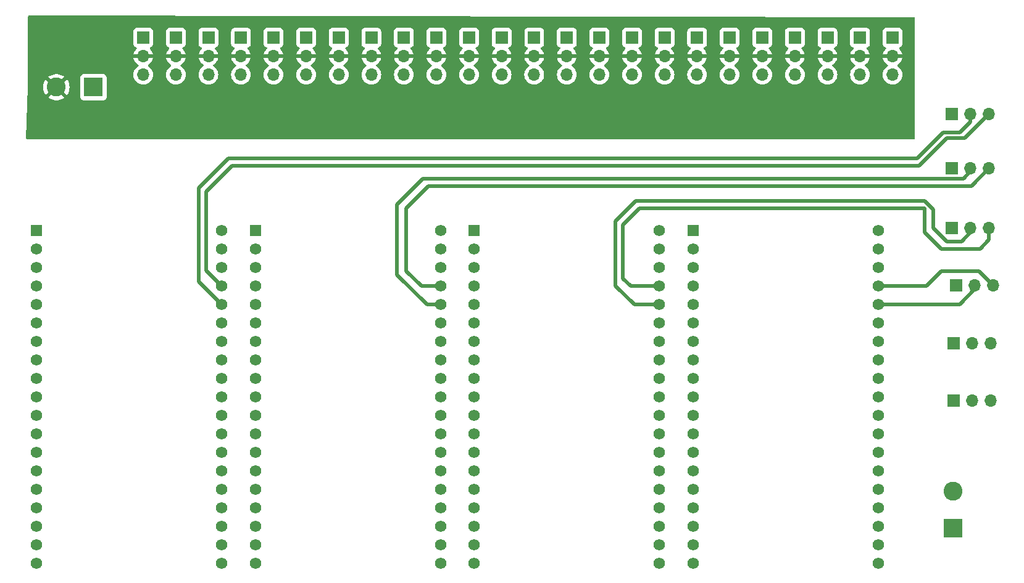
<source format=gbr>
%TF.GenerationSoftware,KiCad,Pcbnew,8.0.2-1*%
%TF.CreationDate,2025-01-01T20:34:54-05:00*%
%TF.ProjectId,C3P0_Controller,43335030-5f43-46f6-9e74-726f6c6c6572,rev?*%
%TF.SameCoordinates,Original*%
%TF.FileFunction,Copper,L3,Inr*%
%TF.FilePolarity,Positive*%
%FSLAX46Y46*%
G04 Gerber Fmt 4.6, Leading zero omitted, Abs format (unit mm)*
G04 Created by KiCad (PCBNEW 8.0.2-1) date 2025-01-01 20:34:54*
%MOMM*%
%LPD*%
G01*
G04 APERTURE LIST*
%TA.AperFunction,ComponentPad*%
%ADD10O,1.700000X1.700000*%
%TD*%
%TA.AperFunction,ComponentPad*%
%ADD11R,1.700000X1.700000*%
%TD*%
%TA.AperFunction,ComponentPad*%
%ADD12C,2.600000*%
%TD*%
%TA.AperFunction,ComponentPad*%
%ADD13R,2.600000X2.600000*%
%TD*%
%TA.AperFunction,ComponentPad*%
%ADD14R,1.560000X1.560000*%
%TD*%
%TA.AperFunction,ComponentPad*%
%ADD15C,1.560000*%
%TD*%
%TA.AperFunction,Conductor*%
%ADD16C,0.500000*%
%TD*%
G04 APERTURE END LIST*
D10*
%TO.N,MISC_2*%
%TO.C,J26*%
X214826000Y-106944000D03*
%TO.N,5V*%
X212286000Y-106944000D03*
D11*
%TO.N,GND*%
X209746000Y-106944000D03*
%TD*%
%TO.N,GND*%
%TO.C,J25*%
X209736000Y-99118000D03*
D10*
%TO.N,5V*%
X212276000Y-99118000D03*
%TO.N,MISC_1*%
X214816000Y-99118000D03*
%TD*%
D11*
%TO.N,GND*%
%TO.C,J24*%
X147708396Y-57099000D03*
D10*
%TO.N,SVR_PWR*%
X147708396Y-59639000D03*
%TO.N,SPR_2*%
X147708396Y-62179000D03*
%TD*%
%TO.N,SPR_1*%
%TO.C,J23*%
X143239215Y-62179000D03*
%TO.N,SVR_PWR*%
X143239215Y-59639000D03*
D11*
%TO.N,GND*%
X143239215Y-57099000D03*
%TD*%
D12*
%TO.N,5V*%
%TO.C,J51*%
X209591000Y-119425000D03*
D13*
%TO.N,GND*%
X209591000Y-124505000D03*
%TD*%
%TO.N,GND*%
%TO.C,J50*%
X91711000Y-63901000D03*
D12*
%TO.N,SVR_PWR*%
X86631000Y-63901000D03*
%TD*%
D11*
%TO.N,GND*%
%TO.C,J33*%
X209486000Y-83210000D03*
D10*
%TO.N,T_RX*%
X212026000Y-83210000D03*
%TO.N,T_TX*%
X214566000Y-83210000D03*
%TD*%
D11*
%TO.N,GND*%
%TO.C,J32*%
X209425834Y-67563500D03*
D10*
%TO.N,RA_RX*%
X211965834Y-67563500D03*
%TO.N,RA_TX*%
X214505834Y-67563500D03*
%TD*%
D11*
%TO.N,GND*%
%TO.C,J31*%
X210088668Y-91122000D03*
D10*
%TO.N,LA_RX*%
X212628668Y-91122000D03*
%TO.N,LA_TX*%
X215168668Y-91122000D03*
%TD*%
D11*
%TO.N,GND*%
%TO.C,J30*%
X209486000Y-75062000D03*
D10*
%TO.N,H_RX*%
X212026000Y-75062000D03*
%TO.N,H_TX*%
X214566000Y-75062000D03*
%TD*%
%TO.N,SRV_2*%
%TO.C,J2*%
X129831672Y-62179000D03*
%TO.N,SVR_PWR*%
X129831672Y-59639000D03*
D11*
%TO.N,GND*%
X129831672Y-57099000D03*
%TD*%
D10*
%TO.N,SRV_1*%
%TO.C,J1*%
X125362491Y-62179000D03*
%TO.N,SVR_PWR*%
X125362491Y-59639000D03*
D11*
%TO.N,GND*%
X125362491Y-57099000D03*
%TD*%
D10*
%TO.N,SRV_22*%
%TO.C,J22*%
X174523482Y-62179000D03*
%TO.N,SVR_PWR*%
X174523482Y-59639000D03*
D11*
%TO.N,GND*%
X174523482Y-57099000D03*
%TD*%
D10*
%TO.N,SRV_21*%
%TO.C,J21*%
X170054301Y-62179000D03*
%TO.N,SVR_PWR*%
X170054301Y-59639000D03*
D11*
%TO.N,GND*%
X170054301Y-57099000D03*
%TD*%
D10*
%TO.N,SRV_20*%
%TO.C,J20*%
X165585120Y-62179000D03*
%TO.N,SVR_PWR*%
X165585120Y-59639000D03*
D11*
%TO.N,GND*%
X165585120Y-57099000D03*
%TD*%
D10*
%TO.N,SRV_19*%
%TO.C,J19*%
X161115939Y-62179000D03*
%TO.N,SVR_PWR*%
X161115939Y-59639000D03*
D11*
%TO.N,GND*%
X161115939Y-57099000D03*
%TD*%
D10*
%TO.N,SRV_18*%
%TO.C,J18*%
X156646758Y-62179000D03*
%TO.N,SVR_PWR*%
X156646758Y-59639000D03*
D11*
%TO.N,GND*%
X156646758Y-57099000D03*
%TD*%
D10*
%TO.N,SRV_17*%
%TO.C,J17*%
X152177577Y-62179000D03*
%TO.N,SVR_PWR*%
X152177577Y-59639000D03*
D11*
%TO.N,GND*%
X152177577Y-57099000D03*
%TD*%
D10*
%TO.N,SRV_16*%
%TO.C,J16*%
X120893310Y-62179000D03*
%TO.N,SVR_PWR*%
X120893310Y-59639000D03*
D11*
%TO.N,GND*%
X120893310Y-57099000D03*
%TD*%
D10*
%TO.N,SRV_15*%
%TO.C,J15*%
X116424129Y-62179000D03*
%TO.N,SVR_PWR*%
X116424129Y-59639000D03*
D11*
%TO.N,GND*%
X116424129Y-57099000D03*
%TD*%
D10*
%TO.N,SRV_14*%
%TO.C,J14*%
X111954948Y-62179000D03*
%TO.N,SVR_PWR*%
X111954948Y-59639000D03*
D11*
%TO.N,GND*%
X111954948Y-57099000D03*
%TD*%
D10*
%TO.N,SRV_13*%
%TO.C,J13*%
X107485767Y-62179000D03*
%TO.N,SVR_PWR*%
X107485767Y-59639000D03*
D11*
%TO.N,GND*%
X107485767Y-57099000D03*
%TD*%
D10*
%TO.N,SRV_12*%
%TO.C,J12*%
X103016586Y-62179000D03*
%TO.N,SVR_PWR*%
X103016586Y-59639000D03*
D11*
%TO.N,GND*%
X103016586Y-57099000D03*
%TD*%
D10*
%TO.N,SRV_11*%
%TO.C,J11*%
X98547405Y-62179000D03*
%TO.N,SVR_PWR*%
X98547405Y-59639000D03*
D11*
%TO.N,GND*%
X98547405Y-57099000D03*
%TD*%
D10*
%TO.N,SRV_10*%
%TO.C,J10*%
X201338569Y-62179000D03*
%TO.N,SVR_PWR*%
X201338569Y-59639000D03*
D11*
%TO.N,GND*%
X201338569Y-57099000D03*
%TD*%
D10*
%TO.N,SRV_9*%
%TO.C,J9*%
X196869387Y-62179000D03*
%TO.N,SVR_PWR*%
X196869387Y-59639000D03*
D11*
%TO.N,GND*%
X196869387Y-57099000D03*
%TD*%
D10*
%TO.N,SRV_8*%
%TO.C,J8*%
X192400206Y-62179000D03*
%TO.N,SVR_PWR*%
X192400206Y-59639000D03*
D11*
%TO.N,GND*%
X192400206Y-57099000D03*
%TD*%
D10*
%TO.N,SRV_7*%
%TO.C,J7*%
X187931025Y-62179000D03*
%TO.N,SVR_PWR*%
X187931025Y-59639000D03*
D11*
%TO.N,GND*%
X187931025Y-57099000D03*
%TD*%
D10*
%TO.N,SRV_6*%
%TO.C,J6*%
X183461844Y-62179000D03*
%TO.N,SVR_PWR*%
X183461844Y-59639000D03*
D11*
%TO.N,GND*%
X183461844Y-57099000D03*
%TD*%
D10*
%TO.N,SRV_5*%
%TO.C,J5*%
X178992663Y-62179000D03*
%TO.N,SVR_PWR*%
X178992663Y-59639000D03*
D11*
%TO.N,GND*%
X178992663Y-57099000D03*
%TD*%
D10*
%TO.N,SRV_4*%
%TO.C,J4*%
X138770034Y-62179000D03*
%TO.N,SVR_PWR*%
X138770034Y-59639000D03*
D11*
%TO.N,GND*%
X138770034Y-57099000D03*
%TD*%
D14*
%TO.N,unconnected-(U4-3V3-PadJ2-1)*%
%TO.C,U4*%
X173963000Y-83611000D03*
D15*
%TO.N,unconnected-(U4-EN-PadJ2-2)*%
X173963000Y-86151000D03*
%TO.N,unconnected-(U4-SENSOR_VP-PadJ2-3)*%
X173963000Y-88691000D03*
%TO.N,unconnected-(U4-SENSOR_VN-PadJ2-4)*%
X173963000Y-91231000D03*
%TO.N,unconnected-(U4-IO34-PadJ2-5)*%
X173963000Y-93771000D03*
%TO.N,unconnected-(U4-IO35-PadJ2-6)*%
X173963000Y-96311000D03*
%TO.N,unconnected-(U4-IO32-PadJ2-7)*%
X173963000Y-98851000D03*
%TO.N,unconnected-(U4-IO33-PadJ2-8)*%
X173963000Y-101391000D03*
%TO.N,unconnected-(U4-IO25-PadJ2-9)*%
X173963000Y-103931000D03*
%TO.N,unconnected-(U4-IO26-PadJ2-10)*%
X173963000Y-106471000D03*
%TO.N,unconnected-(U4-IO27-PadJ2-11)*%
X173963000Y-109011000D03*
%TO.N,unconnected-(U4-IO14-PadJ2-12)*%
X173963000Y-111551000D03*
%TO.N,unconnected-(U4-IO12-PadJ2-13)*%
X173963000Y-114091000D03*
%TO.N,unconnected-(U4-GND1-PadJ2-14)*%
X173963000Y-116631000D03*
%TO.N,unconnected-(U4-IO13-PadJ2-15)*%
X173963000Y-119171000D03*
%TO.N,unconnected-(U4-SD2-PadJ2-16)*%
X173963000Y-121711000D03*
%TO.N,unconnected-(U4-SD3-PadJ2-17)*%
X173963000Y-124251000D03*
%TO.N,unconnected-(U4-CMD-PadJ2-18)*%
X173963000Y-126791000D03*
%TO.N,5V*%
X173963000Y-129331000D03*
%TO.N,GND*%
X199363000Y-83611000D03*
%TO.N,unconnected-(U4-IO23-PadJ3-2)*%
X199363000Y-86151000D03*
%TO.N,SRV_10*%
X199363000Y-88691000D03*
%TO.N,LA_TX*%
X199363000Y-91231000D03*
%TO.N,LA_RX*%
X199363000Y-93771000D03*
%TO.N,SRV_9*%
X199363000Y-96311000D03*
%TO.N,unconnected-(U4-GND2-PadJ3-7)*%
X199363000Y-98851000D03*
%TO.N,SRV_8*%
X199363000Y-101391000D03*
%TO.N,SRV_7*%
X199363000Y-103931000D03*
%TO.N,unconnected-(U4-IO5-PadJ3-10)*%
X199363000Y-106471000D03*
%TO.N,SRV_6*%
X199363000Y-109011000D03*
%TO.N,SRV_5*%
X199363000Y-111551000D03*
%TO.N,unconnected-(U4-IO4-PadJ3-13)*%
X199363000Y-114091000D03*
%TO.N,unconnected-(U4-IO0-PadJ3-14)*%
X199363000Y-116631000D03*
%TO.N,unconnected-(U4-IO2-PadJ3-15)*%
X199363000Y-119171000D03*
%TO.N,unconnected-(U4-IO15-PadJ3-16)*%
X199363000Y-121711000D03*
%TO.N,unconnected-(U4-SD1-PadJ3-17)*%
X199363000Y-124251000D03*
%TO.N,unconnected-(U4-SD0-PadJ3-18)*%
X199363000Y-126791000D03*
%TO.N,unconnected-(U4-CLK-PadJ3-19)*%
X199363000Y-129331000D03*
%TD*%
D14*
%TO.N,unconnected-(U3-3V3-PadJ2-1)*%
%TO.C,U3*%
X143938000Y-83611000D03*
D15*
%TO.N,unconnected-(U3-EN-PadJ2-2)*%
X143938000Y-86151000D03*
%TO.N,unconnected-(U3-SENSOR_VP-PadJ2-3)*%
X143938000Y-88691000D03*
%TO.N,unconnected-(U3-SENSOR_VN-PadJ2-4)*%
X143938000Y-91231000D03*
%TO.N,unconnected-(U3-IO34-PadJ2-5)*%
X143938000Y-93771000D03*
%TO.N,unconnected-(U3-IO35-PadJ2-6)*%
X143938000Y-96311000D03*
%TO.N,unconnected-(U3-IO32-PadJ2-7)*%
X143938000Y-98851000D03*
%TO.N,unconnected-(U3-IO33-PadJ2-8)*%
X143938000Y-101391000D03*
%TO.N,unconnected-(U3-IO25-PadJ2-9)*%
X143938000Y-103931000D03*
%TO.N,unconnected-(U3-IO26-PadJ2-10)*%
X143938000Y-106471000D03*
%TO.N,unconnected-(U3-IO27-PadJ2-11)*%
X143938000Y-109011000D03*
%TO.N,unconnected-(U3-IO14-PadJ2-12)*%
X143938000Y-111551000D03*
%TO.N,unconnected-(U3-IO12-PadJ2-13)*%
X143938000Y-114091000D03*
%TO.N,unconnected-(U3-GND1-PadJ2-14)*%
X143938000Y-116631000D03*
%TO.N,unconnected-(U3-IO13-PadJ2-15)*%
X143938000Y-119171000D03*
%TO.N,unconnected-(U3-SD2-PadJ2-16)*%
X143938000Y-121711000D03*
%TO.N,unconnected-(U3-SD3-PadJ2-17)*%
X143938000Y-124251000D03*
%TO.N,unconnected-(U3-CMD-PadJ2-18)*%
X143938000Y-126791000D03*
%TO.N,5V*%
X143938000Y-129331000D03*
%TO.N,GND*%
X169338000Y-83611000D03*
%TO.N,unconnected-(U3-IO23-PadJ3-2)*%
X169338000Y-86151000D03*
%TO.N,SRV_22*%
X169338000Y-88691000D03*
%TO.N,T_TX*%
X169338000Y-91231000D03*
%TO.N,T_RX*%
X169338000Y-93771000D03*
%TO.N,SRV_21*%
X169338000Y-96311000D03*
%TO.N,unconnected-(U3-GND2-PadJ3-7)*%
X169338000Y-98851000D03*
%TO.N,SRV_20*%
X169338000Y-101391000D03*
%TO.N,SRV_19*%
X169338000Y-103931000D03*
%TO.N,unconnected-(U3-IO5-PadJ3-10)*%
X169338000Y-106471000D03*
%TO.N,SRV_18*%
X169338000Y-109011000D03*
%TO.N,SRV_17*%
X169338000Y-111551000D03*
%TO.N,unconnected-(U3-IO4-PadJ3-13)*%
X169338000Y-114091000D03*
%TO.N,unconnected-(U3-IO0-PadJ3-14)*%
X169338000Y-116631000D03*
%TO.N,unconnected-(U3-IO2-PadJ3-15)*%
X169338000Y-119171000D03*
%TO.N,unconnected-(U3-IO15-PadJ3-16)*%
X169338000Y-121711000D03*
%TO.N,unconnected-(U3-SD1-PadJ3-17)*%
X169338000Y-124251000D03*
%TO.N,unconnected-(U3-SD0-PadJ3-18)*%
X169338000Y-126791000D03*
%TO.N,unconnected-(U3-CLK-PadJ3-19)*%
X169338000Y-129331000D03*
%TD*%
D14*
%TO.N,unconnected-(U2-3V3-PadJ2-1)*%
%TO.C,U2*%
X113913000Y-83611000D03*
D15*
%TO.N,unconnected-(U2-EN-PadJ2-2)*%
X113913000Y-86151000D03*
%TO.N,unconnected-(U2-SENSOR_VP-PadJ2-3)*%
X113913000Y-88691000D03*
%TO.N,unconnected-(U2-SENSOR_VN-PadJ2-4)*%
X113913000Y-91231000D03*
%TO.N,unconnected-(U2-IO34-PadJ2-5)*%
X113913000Y-93771000D03*
%TO.N,unconnected-(U2-IO35-PadJ2-6)*%
X113913000Y-96311000D03*
%TO.N,unconnected-(U2-IO32-PadJ2-7)*%
X113913000Y-98851000D03*
%TO.N,unconnected-(U2-IO33-PadJ2-8)*%
X113913000Y-101391000D03*
%TO.N,unconnected-(U2-IO25-PadJ2-9)*%
X113913000Y-103931000D03*
%TO.N,MISC_1*%
X113913000Y-106471000D03*
%TO.N,MISC_2*%
X113913000Y-109011000D03*
%TO.N,unconnected-(U2-IO14-PadJ2-12)*%
X113913000Y-111551000D03*
%TO.N,unconnected-(U2-IO12-PadJ2-13)*%
X113913000Y-114091000D03*
%TO.N,unconnected-(U2-GND1-PadJ2-14)*%
X113913000Y-116631000D03*
%TO.N,unconnected-(U2-IO13-PadJ2-15)*%
X113913000Y-119171000D03*
%TO.N,unconnected-(U2-SD2-PadJ2-16)*%
X113913000Y-121711000D03*
%TO.N,unconnected-(U2-SD3-PadJ2-17)*%
X113913000Y-124251000D03*
%TO.N,unconnected-(U2-CMD-PadJ2-18)*%
X113913000Y-126791000D03*
%TO.N,5V*%
X113913000Y-129331000D03*
%TO.N,GND*%
X139313000Y-83611000D03*
%TO.N,unconnected-(U2-IO23-PadJ3-2)*%
X139313000Y-86151000D03*
%TO.N,SPR_2*%
X139313000Y-88691000D03*
%TO.N,H_TX*%
X139313000Y-91231000D03*
%TO.N,H_RX*%
X139313000Y-93771000D03*
%TO.N,SPR_1*%
X139313000Y-96311000D03*
%TO.N,unconnected-(U2-GND2-PadJ3-7)*%
X139313000Y-98851000D03*
%TO.N,SRV_4*%
X139313000Y-101391000D03*
%TO.N,SRV_3*%
X139313000Y-103931000D03*
%TO.N,unconnected-(U2-IO5-PadJ3-10)*%
X139313000Y-106471000D03*
%TO.N,SRV_2*%
X139313000Y-109011000D03*
%TO.N,SRV_1*%
X139313000Y-111551000D03*
%TO.N,unconnected-(U2-IO4-PadJ3-13)*%
X139313000Y-114091000D03*
%TO.N,unconnected-(U2-IO0-PadJ3-14)*%
X139313000Y-116631000D03*
%TO.N,unconnected-(U2-IO2-PadJ3-15)*%
X139313000Y-119171000D03*
%TO.N,unconnected-(U2-IO15-PadJ3-16)*%
X139313000Y-121711000D03*
%TO.N,unconnected-(U2-SD1-PadJ3-17)*%
X139313000Y-124251000D03*
%TO.N,unconnected-(U2-SD0-PadJ3-18)*%
X139313000Y-126791000D03*
%TO.N,unconnected-(U2-CLK-PadJ3-19)*%
X139313000Y-129331000D03*
%TD*%
D14*
%TO.N,unconnected-(U1-3V3-PadJ2-1)*%
%TO.C,U1*%
X83888000Y-83611000D03*
D15*
%TO.N,unconnected-(U1-EN-PadJ2-2)*%
X83888000Y-86151000D03*
%TO.N,unconnected-(U1-SENSOR_VP-PadJ2-3)*%
X83888000Y-88691000D03*
%TO.N,unconnected-(U1-SENSOR_VN-PadJ2-4)*%
X83888000Y-91231000D03*
%TO.N,unconnected-(U1-IO34-PadJ2-5)*%
X83888000Y-93771000D03*
%TO.N,unconnected-(U1-IO35-PadJ2-6)*%
X83888000Y-96311000D03*
%TO.N,unconnected-(U1-IO32-PadJ2-7)*%
X83888000Y-98851000D03*
%TO.N,unconnected-(U1-IO33-PadJ2-8)*%
X83888000Y-101391000D03*
%TO.N,unconnected-(U1-IO25-PadJ2-9)*%
X83888000Y-103931000D03*
%TO.N,unconnected-(U1-IO26-PadJ2-10)*%
X83888000Y-106471000D03*
%TO.N,unconnected-(U1-IO27-PadJ2-11)*%
X83888000Y-109011000D03*
%TO.N,unconnected-(U1-IO14-PadJ2-12)*%
X83888000Y-111551000D03*
%TO.N,unconnected-(U1-IO12-PadJ2-13)*%
X83888000Y-114091000D03*
%TO.N,unconnected-(U1-GND1-PadJ2-14)*%
X83888000Y-116631000D03*
%TO.N,unconnected-(U1-IO13-PadJ2-15)*%
X83888000Y-119171000D03*
%TO.N,unconnected-(U1-SD2-PadJ2-16)*%
X83888000Y-121711000D03*
%TO.N,unconnected-(U1-SD3-PadJ2-17)*%
X83888000Y-124251000D03*
%TO.N,unconnected-(U1-CMD-PadJ2-18)*%
X83888000Y-126791000D03*
%TO.N,5V*%
X83888000Y-129331000D03*
%TO.N,GND*%
X109288000Y-83611000D03*
%TO.N,unconnected-(U1-IO23-PadJ3-2)*%
X109288000Y-86151000D03*
%TO.N,SRV_16*%
X109288000Y-88691000D03*
%TO.N,RA_TX*%
X109288000Y-91231000D03*
%TO.N,RA_RX*%
X109288000Y-93771000D03*
%TO.N,SRV_15*%
X109288000Y-96311000D03*
%TO.N,unconnected-(U1-GND2-PadJ3-7)*%
X109288000Y-98851000D03*
%TO.N,SRV_14*%
X109288000Y-101391000D03*
%TO.N,SRV_13*%
X109288000Y-103931000D03*
%TO.N,unconnected-(U1-IO5-PadJ3-10)*%
X109288000Y-106471000D03*
%TO.N,SRV_12*%
X109288000Y-109011000D03*
%TO.N,SRV_11*%
X109288000Y-111551000D03*
%TO.N,unconnected-(U1-IO4-PadJ3-13)*%
X109288000Y-114091000D03*
%TO.N,unconnected-(U1-IO0-PadJ3-14)*%
X109288000Y-116631000D03*
%TO.N,unconnected-(U1-IO2-PadJ3-15)*%
X109288000Y-119171000D03*
%TO.N,unconnected-(U1-IO15-PadJ3-16)*%
X109288000Y-121711000D03*
%TO.N,unconnected-(U1-SD1-PadJ3-17)*%
X109288000Y-124251000D03*
%TO.N,unconnected-(U1-SD0-PadJ3-18)*%
X109288000Y-126791000D03*
%TO.N,unconnected-(U1-CLK-PadJ3-19)*%
X109288000Y-129331000D03*
%TD*%
D10*
%TO.N,SRV_3*%
%TO.C,J3*%
X134300853Y-62179000D03*
%TO.N,SVR_PWR*%
X134300853Y-59639000D03*
D11*
%TO.N,GND*%
X134300853Y-57099000D03*
%TD*%
D16*
%TO.N,H_RX*%
X212026000Y-75062000D02*
X212026000Y-75502000D01*
X133350000Y-80010000D02*
X133350000Y-89662000D01*
X212026000Y-75502000D02*
X211074000Y-76454000D01*
X136906000Y-76454000D02*
X133350000Y-80010000D01*
X211074000Y-76454000D02*
X136906000Y-76454000D01*
X133350000Y-89662000D02*
X137459000Y-93771000D01*
X137459000Y-93771000D02*
X139313000Y-93771000D01*
%TO.N,T_TX*%
X169338000Y-91231000D02*
X165399000Y-91231000D01*
X165399000Y-91231000D02*
X164338000Y-90170000D01*
X164338000Y-90170000D02*
X164338000Y-82804000D01*
X164338000Y-82804000D02*
X166624000Y-80518000D01*
X166624000Y-80518000D02*
X205740000Y-80518000D01*
X205740000Y-80518000D02*
X205740000Y-83820000D01*
X205740000Y-83820000D02*
X208026000Y-86106000D01*
X213360000Y-86106000D02*
X214566000Y-84900000D01*
X208026000Y-86106000D02*
X213360000Y-86106000D01*
X214566000Y-84900000D02*
X214566000Y-83210000D01*
%TO.N,H_TX*%
X212158000Y-77470000D02*
X137668000Y-77470000D01*
X137668000Y-77470000D02*
X134620000Y-80518000D01*
X134620000Y-80518000D02*
X134620000Y-89154000D01*
X134620000Y-89154000D02*
X136697000Y-91231000D01*
X214566000Y-75062000D02*
X212158000Y-77470000D01*
X136697000Y-91231000D02*
X139313000Y-91231000D01*
%TO.N,LA_RX*%
X212628668Y-91122000D02*
X212628668Y-91663332D01*
X212628668Y-91663332D02*
X210521000Y-93771000D01*
X210521000Y-93771000D02*
X199363000Y-93771000D01*
%TO.N,LA_TX*%
X199363000Y-91231000D02*
X205949000Y-91231000D01*
X205949000Y-91231000D02*
X208026000Y-89154000D01*
X208026000Y-89154000D02*
X213200668Y-89154000D01*
X213200668Y-89154000D02*
X215168668Y-91122000D01*
%TO.N,T_RX*%
X212026000Y-83210000D02*
X212026000Y-83884000D01*
X210820000Y-85090000D02*
X208761950Y-85090000D01*
X212026000Y-83884000D02*
X210820000Y-85090000D01*
X163322000Y-82296000D02*
X163322000Y-91186000D01*
X208761950Y-85090000D02*
X206908000Y-83236050D01*
X206908000Y-83236050D02*
X206908000Y-80696050D01*
X205713950Y-79502000D02*
X166116000Y-79502000D01*
X166116000Y-79502000D02*
X163322000Y-82296000D01*
X206908000Y-80696050D02*
X205713950Y-79502000D01*
X165907000Y-93771000D02*
X169338000Y-93771000D01*
X163322000Y-91186000D02*
X165907000Y-93771000D01*
%TO.N,RA_TX*%
X214505834Y-67563500D02*
X211203334Y-70866000D01*
X107188000Y-78232000D02*
X107188000Y-89131000D01*
X208788000Y-70866000D02*
X204978000Y-74676000D01*
X211203334Y-70866000D02*
X208788000Y-70866000D01*
X107188000Y-89131000D02*
X109288000Y-91231000D01*
X110744000Y-74676000D02*
X107188000Y-78232000D01*
X204978000Y-74676000D02*
X110744000Y-74676000D01*
%TO.N,RA_RX*%
X109288000Y-93771000D02*
X106172000Y-90655000D01*
X106172000Y-90655000D02*
X106172000Y-77724000D01*
X106172000Y-77724000D02*
X110236000Y-73660000D01*
X208280000Y-70104000D02*
X210566000Y-70104000D01*
X204724000Y-73660000D02*
X208280000Y-70104000D01*
X110236000Y-73660000D02*
X204724000Y-73660000D01*
X210566000Y-70104000D02*
X211965834Y-68704166D01*
X211965834Y-68704166D02*
X211965834Y-67563500D01*
%TD*%
%TA.AperFunction,Conductor*%
%TO.N,SVR_PWR*%
G36*
X204287209Y-54304741D02*
G01*
X204354205Y-54324566D01*
X204399850Y-54377465D01*
X204410948Y-54428741D01*
X204410948Y-70945000D01*
X204391263Y-71012039D01*
X204338459Y-71057794D01*
X204286948Y-71069000D01*
X82618541Y-71069000D01*
X82551502Y-71049315D01*
X82505747Y-70996511D01*
X82494592Y-70941459D01*
X82695748Y-63900995D01*
X84825953Y-63900995D01*
X84825953Y-63901004D01*
X84846113Y-64170026D01*
X84846113Y-64170028D01*
X84906142Y-64433033D01*
X84906148Y-64433052D01*
X85004709Y-64684181D01*
X85004708Y-64684181D01*
X85139602Y-64917822D01*
X85193294Y-64985151D01*
X85193295Y-64985151D01*
X86029958Y-64148488D01*
X86054978Y-64208890D01*
X86126112Y-64315351D01*
X86216649Y-64405888D01*
X86323110Y-64477022D01*
X86383510Y-64502041D01*
X85545848Y-65339702D01*
X85728483Y-65464220D01*
X85728485Y-65464221D01*
X85971539Y-65581269D01*
X85971537Y-65581269D01*
X86229337Y-65660790D01*
X86229343Y-65660792D01*
X86496101Y-65700999D01*
X86496110Y-65701000D01*
X86765890Y-65701000D01*
X86765898Y-65700999D01*
X87032656Y-65660792D01*
X87032662Y-65660790D01*
X87290461Y-65581269D01*
X87533521Y-65464218D01*
X87716150Y-65339702D01*
X86878488Y-64502041D01*
X86938890Y-64477022D01*
X87045351Y-64405888D01*
X87135888Y-64315351D01*
X87207022Y-64208890D01*
X87232041Y-64148488D01*
X88068703Y-64985151D01*
X88068704Y-64985150D01*
X88122393Y-64917828D01*
X88122400Y-64917817D01*
X88257290Y-64684181D01*
X88355851Y-64433052D01*
X88355857Y-64433033D01*
X88415886Y-64170028D01*
X88415886Y-64170026D01*
X88436047Y-63901004D01*
X88436047Y-63900995D01*
X88415886Y-63631973D01*
X88415886Y-63631971D01*
X88355857Y-63368966D01*
X88355851Y-63368947D01*
X88257290Y-63117818D01*
X88257291Y-63117818D01*
X88122397Y-62884177D01*
X88068704Y-62816847D01*
X87232041Y-63653510D01*
X87207022Y-63593110D01*
X87135888Y-63486649D01*
X87045351Y-63396112D01*
X86938890Y-63324978D01*
X86878488Y-63299958D01*
X87625311Y-62553135D01*
X89910500Y-62553135D01*
X89910500Y-65248870D01*
X89910501Y-65248876D01*
X89916908Y-65308483D01*
X89967202Y-65443328D01*
X89967206Y-65443335D01*
X90053452Y-65558544D01*
X90053455Y-65558547D01*
X90168664Y-65644793D01*
X90168671Y-65644797D01*
X90303517Y-65695091D01*
X90303516Y-65695091D01*
X90310444Y-65695835D01*
X90363127Y-65701500D01*
X93058872Y-65701499D01*
X93118483Y-65695091D01*
X93253331Y-65644796D01*
X93368546Y-65558546D01*
X93454796Y-65443331D01*
X93505091Y-65308483D01*
X93511500Y-65248873D01*
X93511499Y-62553128D01*
X93505091Y-62493517D01*
X93493446Y-62462296D01*
X93454797Y-62358671D01*
X93454793Y-62358664D01*
X93368547Y-62243455D01*
X93368544Y-62243452D01*
X93282446Y-62178999D01*
X97191746Y-62178999D01*
X97191746Y-62179000D01*
X97212341Y-62414403D01*
X97212343Y-62414413D01*
X97273499Y-62642655D01*
X97273501Y-62642659D01*
X97273502Y-62642663D01*
X97354726Y-62816847D01*
X97373370Y-62856830D01*
X97373372Y-62856834D01*
X97481686Y-63011521D01*
X97508910Y-63050401D01*
X97676004Y-63217495D01*
X97723854Y-63251000D01*
X97869570Y-63353032D01*
X97869572Y-63353033D01*
X97869575Y-63353035D01*
X98083742Y-63452903D01*
X98311997Y-63514063D01*
X98500323Y-63530539D01*
X98547404Y-63534659D01*
X98547405Y-63534659D01*
X98547406Y-63534659D01*
X98586639Y-63531226D01*
X98782813Y-63514063D01*
X99011068Y-63452903D01*
X99225235Y-63353035D01*
X99418806Y-63217495D01*
X99585900Y-63050401D01*
X99721440Y-62856830D01*
X99821308Y-62642663D01*
X99882468Y-62414408D01*
X99903064Y-62179000D01*
X99903064Y-62178999D01*
X101660927Y-62178999D01*
X101660927Y-62179000D01*
X101681522Y-62414403D01*
X101681524Y-62414413D01*
X101742680Y-62642655D01*
X101742682Y-62642659D01*
X101742683Y-62642663D01*
X101823907Y-62816847D01*
X101842551Y-62856830D01*
X101842553Y-62856834D01*
X101950867Y-63011521D01*
X101978091Y-63050401D01*
X102145185Y-63217495D01*
X102193035Y-63251000D01*
X102338751Y-63353032D01*
X102338753Y-63353033D01*
X102338756Y-63353035D01*
X102552923Y-63452903D01*
X102781178Y-63514063D01*
X102969504Y-63530539D01*
X103016585Y-63534659D01*
X103016586Y-63534659D01*
X103016587Y-63534659D01*
X103055820Y-63531226D01*
X103251994Y-63514063D01*
X103480249Y-63452903D01*
X103694416Y-63353035D01*
X103887987Y-63217495D01*
X104055081Y-63050401D01*
X104190621Y-62856830D01*
X104290489Y-62642663D01*
X104351649Y-62414408D01*
X104372245Y-62179000D01*
X104372245Y-62178999D01*
X106130108Y-62178999D01*
X106130108Y-62179000D01*
X106150703Y-62414403D01*
X106150705Y-62414413D01*
X106211861Y-62642655D01*
X106211863Y-62642659D01*
X106211864Y-62642663D01*
X106293088Y-62816847D01*
X106311732Y-62856830D01*
X106311734Y-62856834D01*
X106420048Y-63011521D01*
X106447272Y-63050401D01*
X106614366Y-63217495D01*
X106662216Y-63251000D01*
X106807932Y-63353032D01*
X106807934Y-63353033D01*
X106807937Y-63353035D01*
X107022104Y-63452903D01*
X107250359Y-63514063D01*
X107438685Y-63530539D01*
X107485766Y-63534659D01*
X107485767Y-63534659D01*
X107485768Y-63534659D01*
X107525001Y-63531226D01*
X107721175Y-63514063D01*
X107949430Y-63452903D01*
X108163597Y-63353035D01*
X108357168Y-63217495D01*
X108524262Y-63050401D01*
X108659802Y-62856830D01*
X108759670Y-62642663D01*
X108820830Y-62414408D01*
X108841426Y-62179000D01*
X108841426Y-62178999D01*
X110599289Y-62178999D01*
X110599289Y-62179000D01*
X110619884Y-62414403D01*
X110619886Y-62414413D01*
X110681042Y-62642655D01*
X110681044Y-62642659D01*
X110681045Y-62642663D01*
X110762269Y-62816847D01*
X110780913Y-62856830D01*
X110780915Y-62856834D01*
X110889229Y-63011521D01*
X110916453Y-63050401D01*
X111083547Y-63217495D01*
X111131397Y-63251000D01*
X111277113Y-63353032D01*
X111277115Y-63353033D01*
X111277118Y-63353035D01*
X111491285Y-63452903D01*
X111719540Y-63514063D01*
X111907866Y-63530539D01*
X111954947Y-63534659D01*
X111954948Y-63534659D01*
X111954949Y-63534659D01*
X111994182Y-63531226D01*
X112190356Y-63514063D01*
X112418611Y-63452903D01*
X112632778Y-63353035D01*
X112826349Y-63217495D01*
X112993443Y-63050401D01*
X113128983Y-62856830D01*
X113228851Y-62642663D01*
X113290011Y-62414408D01*
X113310607Y-62179000D01*
X113310607Y-62178999D01*
X115068470Y-62178999D01*
X115068470Y-62179000D01*
X115089065Y-62414403D01*
X115089067Y-62414413D01*
X115150223Y-62642655D01*
X115150225Y-62642659D01*
X115150226Y-62642663D01*
X115231450Y-62816847D01*
X115250094Y-62856830D01*
X115250096Y-62856834D01*
X115358410Y-63011521D01*
X115385634Y-63050401D01*
X115552728Y-63217495D01*
X115600578Y-63251000D01*
X115746294Y-63353032D01*
X115746296Y-63353033D01*
X115746299Y-63353035D01*
X115960466Y-63452903D01*
X116188721Y-63514063D01*
X116377047Y-63530539D01*
X116424128Y-63534659D01*
X116424129Y-63534659D01*
X116424130Y-63534659D01*
X116463363Y-63531226D01*
X116659537Y-63514063D01*
X116887792Y-63452903D01*
X117101959Y-63353035D01*
X117295530Y-63217495D01*
X117462624Y-63050401D01*
X117598164Y-62856830D01*
X117698032Y-62642663D01*
X117759192Y-62414408D01*
X117779788Y-62179000D01*
X117779788Y-62178999D01*
X119537651Y-62178999D01*
X119537651Y-62179000D01*
X119558246Y-62414403D01*
X119558248Y-62414413D01*
X119619404Y-62642655D01*
X119619406Y-62642659D01*
X119619407Y-62642663D01*
X119700631Y-62816847D01*
X119719275Y-62856830D01*
X119719277Y-62856834D01*
X119827591Y-63011521D01*
X119854815Y-63050401D01*
X120021909Y-63217495D01*
X120069759Y-63251000D01*
X120215475Y-63353032D01*
X120215477Y-63353033D01*
X120215480Y-63353035D01*
X120429647Y-63452903D01*
X120657902Y-63514063D01*
X120846228Y-63530539D01*
X120893309Y-63534659D01*
X120893310Y-63534659D01*
X120893311Y-63534659D01*
X120932544Y-63531226D01*
X121128718Y-63514063D01*
X121356973Y-63452903D01*
X121571140Y-63353035D01*
X121764711Y-63217495D01*
X121931805Y-63050401D01*
X122067345Y-62856830D01*
X122167213Y-62642663D01*
X122228373Y-62414408D01*
X122248969Y-62179000D01*
X122248969Y-62178999D01*
X124006832Y-62178999D01*
X124006832Y-62179000D01*
X124027427Y-62414403D01*
X124027429Y-62414413D01*
X124088585Y-62642655D01*
X124088587Y-62642659D01*
X124088588Y-62642663D01*
X124169812Y-62816847D01*
X124188456Y-62856830D01*
X124188458Y-62856834D01*
X124296772Y-63011521D01*
X124323996Y-63050401D01*
X124491090Y-63217495D01*
X124538940Y-63251000D01*
X124684656Y-63353032D01*
X124684658Y-63353033D01*
X124684661Y-63353035D01*
X124898828Y-63452903D01*
X125127083Y-63514063D01*
X125315409Y-63530539D01*
X125362490Y-63534659D01*
X125362491Y-63534659D01*
X125362492Y-63534659D01*
X125401725Y-63531226D01*
X125597899Y-63514063D01*
X125826154Y-63452903D01*
X126040321Y-63353035D01*
X126233892Y-63217495D01*
X126400986Y-63050401D01*
X126536526Y-62856830D01*
X126636394Y-62642663D01*
X126697554Y-62414408D01*
X126718150Y-62179000D01*
X126718150Y-62178999D01*
X128476013Y-62178999D01*
X128476013Y-62179000D01*
X128496608Y-62414403D01*
X128496610Y-62414413D01*
X128557766Y-62642655D01*
X128557768Y-62642659D01*
X128557769Y-62642663D01*
X128638993Y-62816847D01*
X128657637Y-62856830D01*
X128657639Y-62856834D01*
X128765953Y-63011521D01*
X128793177Y-63050401D01*
X128960271Y-63217495D01*
X129008121Y-63251000D01*
X129153837Y-63353032D01*
X129153839Y-63353033D01*
X129153842Y-63353035D01*
X129368009Y-63452903D01*
X129596264Y-63514063D01*
X129784590Y-63530539D01*
X129831671Y-63534659D01*
X129831672Y-63534659D01*
X129831673Y-63534659D01*
X129870906Y-63531226D01*
X130067080Y-63514063D01*
X130295335Y-63452903D01*
X130509502Y-63353035D01*
X130703073Y-63217495D01*
X130870167Y-63050401D01*
X131005707Y-62856830D01*
X131105575Y-62642663D01*
X131166735Y-62414408D01*
X131187331Y-62179000D01*
X131187331Y-62178999D01*
X132945194Y-62178999D01*
X132945194Y-62179000D01*
X132965789Y-62414403D01*
X132965791Y-62414413D01*
X133026947Y-62642655D01*
X133026949Y-62642659D01*
X133026950Y-62642663D01*
X133108174Y-62816847D01*
X133126818Y-62856830D01*
X133126820Y-62856834D01*
X133235134Y-63011521D01*
X133262358Y-63050401D01*
X133429452Y-63217495D01*
X133477302Y-63251000D01*
X133623018Y-63353032D01*
X133623020Y-63353033D01*
X133623023Y-63353035D01*
X133837190Y-63452903D01*
X134065445Y-63514063D01*
X134253771Y-63530539D01*
X134300852Y-63534659D01*
X134300853Y-63534659D01*
X134300854Y-63534659D01*
X134340087Y-63531226D01*
X134536261Y-63514063D01*
X134764516Y-63452903D01*
X134978683Y-63353035D01*
X135172254Y-63217495D01*
X135339348Y-63050401D01*
X135474888Y-62856830D01*
X135574756Y-62642663D01*
X135635916Y-62414408D01*
X135656512Y-62179000D01*
X135656512Y-62178999D01*
X137414375Y-62178999D01*
X137414375Y-62179000D01*
X137434970Y-62414403D01*
X137434972Y-62414413D01*
X137496128Y-62642655D01*
X137496130Y-62642659D01*
X137496131Y-62642663D01*
X137577355Y-62816847D01*
X137595999Y-62856830D01*
X137596001Y-62856834D01*
X137704315Y-63011521D01*
X137731539Y-63050401D01*
X137898633Y-63217495D01*
X137946483Y-63251000D01*
X138092199Y-63353032D01*
X138092201Y-63353033D01*
X138092204Y-63353035D01*
X138306371Y-63452903D01*
X138534626Y-63514063D01*
X138722952Y-63530539D01*
X138770033Y-63534659D01*
X138770034Y-63534659D01*
X138770035Y-63534659D01*
X138809268Y-63531226D01*
X139005442Y-63514063D01*
X139233697Y-63452903D01*
X139447864Y-63353035D01*
X139641435Y-63217495D01*
X139808529Y-63050401D01*
X139944069Y-62856830D01*
X140043937Y-62642663D01*
X140105097Y-62414408D01*
X140125693Y-62179000D01*
X140125693Y-62178999D01*
X141883556Y-62178999D01*
X141883556Y-62179000D01*
X141904151Y-62414403D01*
X141904153Y-62414413D01*
X141965309Y-62642655D01*
X141965311Y-62642659D01*
X141965312Y-62642663D01*
X142046536Y-62816847D01*
X142065180Y-62856830D01*
X142065182Y-62856834D01*
X142173496Y-63011521D01*
X142200720Y-63050401D01*
X142367814Y-63217495D01*
X142415664Y-63251000D01*
X142561380Y-63353032D01*
X142561382Y-63353033D01*
X142561385Y-63353035D01*
X142775552Y-63452903D01*
X143003807Y-63514063D01*
X143192133Y-63530539D01*
X143239214Y-63534659D01*
X143239215Y-63534659D01*
X143239216Y-63534659D01*
X143278449Y-63531226D01*
X143474623Y-63514063D01*
X143702878Y-63452903D01*
X143917045Y-63353035D01*
X144110616Y-63217495D01*
X144277710Y-63050401D01*
X144413250Y-62856830D01*
X144513118Y-62642663D01*
X144574278Y-62414408D01*
X144594874Y-62179000D01*
X144594874Y-62178999D01*
X146352737Y-62178999D01*
X146352737Y-62179000D01*
X146373332Y-62414403D01*
X146373334Y-62414413D01*
X146434490Y-62642655D01*
X146434492Y-62642659D01*
X146434493Y-62642663D01*
X146515717Y-62816847D01*
X146534361Y-62856830D01*
X146534363Y-62856834D01*
X146642677Y-63011521D01*
X146669901Y-63050401D01*
X146836995Y-63217495D01*
X146884845Y-63251000D01*
X147030561Y-63353032D01*
X147030563Y-63353033D01*
X147030566Y-63353035D01*
X147244733Y-63452903D01*
X147472988Y-63514063D01*
X147661314Y-63530539D01*
X147708395Y-63534659D01*
X147708396Y-63534659D01*
X147708397Y-63534659D01*
X147747630Y-63531226D01*
X147943804Y-63514063D01*
X148172059Y-63452903D01*
X148386226Y-63353035D01*
X148579797Y-63217495D01*
X148746891Y-63050401D01*
X148882431Y-62856830D01*
X148982299Y-62642663D01*
X149043459Y-62414408D01*
X149064055Y-62179000D01*
X149064055Y-62178999D01*
X150821918Y-62178999D01*
X150821918Y-62179000D01*
X150842513Y-62414403D01*
X150842515Y-62414413D01*
X150903671Y-62642655D01*
X150903673Y-62642659D01*
X150903674Y-62642663D01*
X150984898Y-62816847D01*
X151003542Y-62856830D01*
X151003544Y-62856834D01*
X151111858Y-63011521D01*
X151139082Y-63050401D01*
X151306176Y-63217495D01*
X151354026Y-63251000D01*
X151499742Y-63353032D01*
X151499744Y-63353033D01*
X151499747Y-63353035D01*
X151713914Y-63452903D01*
X151942169Y-63514063D01*
X152130495Y-63530539D01*
X152177576Y-63534659D01*
X152177577Y-63534659D01*
X152177578Y-63534659D01*
X152216811Y-63531226D01*
X152412985Y-63514063D01*
X152641240Y-63452903D01*
X152855407Y-63353035D01*
X153048978Y-63217495D01*
X153216072Y-63050401D01*
X153351612Y-62856830D01*
X153451480Y-62642663D01*
X153512640Y-62414408D01*
X153533236Y-62179000D01*
X153533236Y-62178999D01*
X155291099Y-62178999D01*
X155291099Y-62179000D01*
X155311694Y-62414403D01*
X155311696Y-62414413D01*
X155372852Y-62642655D01*
X155372854Y-62642659D01*
X155372855Y-62642663D01*
X155454079Y-62816847D01*
X155472723Y-62856830D01*
X155472725Y-62856834D01*
X155581039Y-63011521D01*
X155608263Y-63050401D01*
X155775357Y-63217495D01*
X155823207Y-63251000D01*
X155968923Y-63353032D01*
X155968925Y-63353033D01*
X155968928Y-63353035D01*
X156183095Y-63452903D01*
X156411350Y-63514063D01*
X156599676Y-63530539D01*
X156646757Y-63534659D01*
X156646758Y-63534659D01*
X156646759Y-63534659D01*
X156685992Y-63531226D01*
X156882166Y-63514063D01*
X157110421Y-63452903D01*
X157324588Y-63353035D01*
X157518159Y-63217495D01*
X157685253Y-63050401D01*
X157820793Y-62856830D01*
X157920661Y-62642663D01*
X157981821Y-62414408D01*
X158002417Y-62179000D01*
X158002417Y-62178999D01*
X159760280Y-62178999D01*
X159760280Y-62179000D01*
X159780875Y-62414403D01*
X159780877Y-62414413D01*
X159842033Y-62642655D01*
X159842035Y-62642659D01*
X159842036Y-62642663D01*
X159923260Y-62816847D01*
X159941904Y-62856830D01*
X159941906Y-62856834D01*
X160050220Y-63011521D01*
X160077444Y-63050401D01*
X160244538Y-63217495D01*
X160292388Y-63251000D01*
X160438104Y-63353032D01*
X160438106Y-63353033D01*
X160438109Y-63353035D01*
X160652276Y-63452903D01*
X160880531Y-63514063D01*
X161068857Y-63530539D01*
X161115938Y-63534659D01*
X161115939Y-63534659D01*
X161115940Y-63534659D01*
X161155173Y-63531226D01*
X161351347Y-63514063D01*
X161579602Y-63452903D01*
X161793769Y-63353035D01*
X161987340Y-63217495D01*
X162154434Y-63050401D01*
X162289974Y-62856830D01*
X162389842Y-62642663D01*
X162451002Y-62414408D01*
X162471598Y-62179000D01*
X162471598Y-62178999D01*
X164229461Y-62178999D01*
X164229461Y-62179000D01*
X164250056Y-62414403D01*
X164250058Y-62414413D01*
X164311214Y-62642655D01*
X164311216Y-62642659D01*
X164311217Y-62642663D01*
X164392441Y-62816847D01*
X164411085Y-62856830D01*
X164411087Y-62856834D01*
X164519401Y-63011521D01*
X164546625Y-63050401D01*
X164713719Y-63217495D01*
X164761569Y-63251000D01*
X164907285Y-63353032D01*
X164907287Y-63353033D01*
X164907290Y-63353035D01*
X165121457Y-63452903D01*
X165349712Y-63514063D01*
X165538038Y-63530539D01*
X165585119Y-63534659D01*
X165585120Y-63534659D01*
X165585121Y-63534659D01*
X165624354Y-63531226D01*
X165820528Y-63514063D01*
X166048783Y-63452903D01*
X166262950Y-63353035D01*
X166456521Y-63217495D01*
X166623615Y-63050401D01*
X166759155Y-62856830D01*
X166859023Y-62642663D01*
X166920183Y-62414408D01*
X166940779Y-62179000D01*
X166940779Y-62178999D01*
X168698642Y-62178999D01*
X168698642Y-62179000D01*
X168719237Y-62414403D01*
X168719239Y-62414413D01*
X168780395Y-62642655D01*
X168780397Y-62642659D01*
X168780398Y-62642663D01*
X168861622Y-62816847D01*
X168880266Y-62856830D01*
X168880268Y-62856834D01*
X168988582Y-63011521D01*
X169015806Y-63050401D01*
X169182900Y-63217495D01*
X169230750Y-63251000D01*
X169376466Y-63353032D01*
X169376468Y-63353033D01*
X169376471Y-63353035D01*
X169590638Y-63452903D01*
X169818893Y-63514063D01*
X170007219Y-63530539D01*
X170054300Y-63534659D01*
X170054301Y-63534659D01*
X170054302Y-63534659D01*
X170093535Y-63531226D01*
X170289709Y-63514063D01*
X170517964Y-63452903D01*
X170732131Y-63353035D01*
X170925702Y-63217495D01*
X171092796Y-63050401D01*
X171228336Y-62856830D01*
X171328204Y-62642663D01*
X171389364Y-62414408D01*
X171409960Y-62179000D01*
X171409960Y-62178999D01*
X173167823Y-62178999D01*
X173167823Y-62179000D01*
X173188418Y-62414403D01*
X173188420Y-62414413D01*
X173249576Y-62642655D01*
X173249578Y-62642659D01*
X173249579Y-62642663D01*
X173330803Y-62816847D01*
X173349447Y-62856830D01*
X173349449Y-62856834D01*
X173457763Y-63011521D01*
X173484987Y-63050401D01*
X173652081Y-63217495D01*
X173699931Y-63251000D01*
X173845647Y-63353032D01*
X173845649Y-63353033D01*
X173845652Y-63353035D01*
X174059819Y-63452903D01*
X174288074Y-63514063D01*
X174476400Y-63530539D01*
X174523481Y-63534659D01*
X174523482Y-63534659D01*
X174523483Y-63534659D01*
X174562716Y-63531226D01*
X174758890Y-63514063D01*
X174987145Y-63452903D01*
X175201312Y-63353035D01*
X175394883Y-63217495D01*
X175561977Y-63050401D01*
X175697517Y-62856830D01*
X175797385Y-62642663D01*
X175858545Y-62414408D01*
X175879141Y-62179000D01*
X175879141Y-62178999D01*
X177637004Y-62178999D01*
X177637004Y-62179000D01*
X177657599Y-62414403D01*
X177657601Y-62414413D01*
X177718757Y-62642655D01*
X177718759Y-62642659D01*
X177718760Y-62642663D01*
X177799984Y-62816847D01*
X177818628Y-62856830D01*
X177818630Y-62856834D01*
X177926944Y-63011521D01*
X177954168Y-63050401D01*
X178121262Y-63217495D01*
X178169112Y-63251000D01*
X178314828Y-63353032D01*
X178314830Y-63353033D01*
X178314833Y-63353035D01*
X178529000Y-63452903D01*
X178757255Y-63514063D01*
X178945581Y-63530539D01*
X178992662Y-63534659D01*
X178992663Y-63534659D01*
X178992664Y-63534659D01*
X179031897Y-63531226D01*
X179228071Y-63514063D01*
X179456326Y-63452903D01*
X179670493Y-63353035D01*
X179864064Y-63217495D01*
X180031158Y-63050401D01*
X180166698Y-62856830D01*
X180266566Y-62642663D01*
X180327726Y-62414408D01*
X180348322Y-62179000D01*
X180348322Y-62178999D01*
X182106185Y-62178999D01*
X182106185Y-62179000D01*
X182126780Y-62414403D01*
X182126782Y-62414413D01*
X182187938Y-62642655D01*
X182187940Y-62642659D01*
X182187941Y-62642663D01*
X182269165Y-62816847D01*
X182287809Y-62856830D01*
X182287811Y-62856834D01*
X182396125Y-63011521D01*
X182423349Y-63050401D01*
X182590443Y-63217495D01*
X182638293Y-63251000D01*
X182784009Y-63353032D01*
X182784011Y-63353033D01*
X182784014Y-63353035D01*
X182998181Y-63452903D01*
X183226436Y-63514063D01*
X183414762Y-63530539D01*
X183461843Y-63534659D01*
X183461844Y-63534659D01*
X183461845Y-63534659D01*
X183501078Y-63531226D01*
X183697252Y-63514063D01*
X183925507Y-63452903D01*
X184139674Y-63353035D01*
X184333245Y-63217495D01*
X184500339Y-63050401D01*
X184635879Y-62856830D01*
X184735747Y-62642663D01*
X184796907Y-62414408D01*
X184817503Y-62179000D01*
X184817503Y-62178999D01*
X186575366Y-62178999D01*
X186575366Y-62179000D01*
X186595961Y-62414403D01*
X186595963Y-62414413D01*
X186657119Y-62642655D01*
X186657121Y-62642659D01*
X186657122Y-62642663D01*
X186738346Y-62816847D01*
X186756990Y-62856830D01*
X186756992Y-62856834D01*
X186865306Y-63011521D01*
X186892530Y-63050401D01*
X187059624Y-63217495D01*
X187107474Y-63251000D01*
X187253190Y-63353032D01*
X187253192Y-63353033D01*
X187253195Y-63353035D01*
X187467362Y-63452903D01*
X187695617Y-63514063D01*
X187883943Y-63530539D01*
X187931024Y-63534659D01*
X187931025Y-63534659D01*
X187931026Y-63534659D01*
X187970259Y-63531226D01*
X188166433Y-63514063D01*
X188394688Y-63452903D01*
X188608855Y-63353035D01*
X188802426Y-63217495D01*
X188969520Y-63050401D01*
X189105060Y-62856830D01*
X189204928Y-62642663D01*
X189266088Y-62414408D01*
X189286684Y-62179000D01*
X189286684Y-62178999D01*
X191044547Y-62178999D01*
X191044547Y-62179000D01*
X191065142Y-62414403D01*
X191065144Y-62414413D01*
X191126300Y-62642655D01*
X191126302Y-62642659D01*
X191126303Y-62642663D01*
X191207527Y-62816847D01*
X191226171Y-62856830D01*
X191226173Y-62856834D01*
X191334487Y-63011521D01*
X191361711Y-63050401D01*
X191528805Y-63217495D01*
X191576655Y-63251000D01*
X191722371Y-63353032D01*
X191722373Y-63353033D01*
X191722376Y-63353035D01*
X191936543Y-63452903D01*
X192164798Y-63514063D01*
X192353124Y-63530539D01*
X192400205Y-63534659D01*
X192400206Y-63534659D01*
X192400207Y-63534659D01*
X192439440Y-63531226D01*
X192635614Y-63514063D01*
X192863869Y-63452903D01*
X193078036Y-63353035D01*
X193271607Y-63217495D01*
X193438701Y-63050401D01*
X193574241Y-62856830D01*
X193674109Y-62642663D01*
X193735269Y-62414408D01*
X193755865Y-62179000D01*
X193755865Y-62178999D01*
X195513728Y-62178999D01*
X195513728Y-62179000D01*
X195534323Y-62414403D01*
X195534325Y-62414413D01*
X195595481Y-62642655D01*
X195595483Y-62642659D01*
X195595484Y-62642663D01*
X195676708Y-62816847D01*
X195695352Y-62856830D01*
X195695354Y-62856834D01*
X195803668Y-63011521D01*
X195830892Y-63050401D01*
X195997986Y-63217495D01*
X196045836Y-63251000D01*
X196191552Y-63353032D01*
X196191554Y-63353033D01*
X196191557Y-63353035D01*
X196405724Y-63452903D01*
X196633979Y-63514063D01*
X196822305Y-63530539D01*
X196869386Y-63534659D01*
X196869387Y-63534659D01*
X196869388Y-63534659D01*
X196908621Y-63531226D01*
X197104795Y-63514063D01*
X197333050Y-63452903D01*
X197547217Y-63353035D01*
X197740788Y-63217495D01*
X197907882Y-63050401D01*
X198043422Y-62856830D01*
X198143290Y-62642663D01*
X198204450Y-62414408D01*
X198225046Y-62179000D01*
X198225046Y-62178999D01*
X199982910Y-62178999D01*
X199982910Y-62179000D01*
X200003505Y-62414403D01*
X200003507Y-62414413D01*
X200064663Y-62642655D01*
X200064665Y-62642659D01*
X200064666Y-62642663D01*
X200145890Y-62816847D01*
X200164534Y-62856830D01*
X200164536Y-62856834D01*
X200272850Y-63011521D01*
X200300074Y-63050401D01*
X200467168Y-63217495D01*
X200515018Y-63251000D01*
X200660734Y-63353032D01*
X200660736Y-63353033D01*
X200660739Y-63353035D01*
X200874906Y-63452903D01*
X201103161Y-63514063D01*
X201291487Y-63530539D01*
X201338568Y-63534659D01*
X201338569Y-63534659D01*
X201338570Y-63534659D01*
X201377803Y-63531226D01*
X201573977Y-63514063D01*
X201802232Y-63452903D01*
X202016399Y-63353035D01*
X202209970Y-63217495D01*
X202377064Y-63050401D01*
X202512604Y-62856830D01*
X202612472Y-62642663D01*
X202673632Y-62414408D01*
X202694228Y-62179000D01*
X202673632Y-61943592D01*
X202612472Y-61715337D01*
X202512604Y-61501171D01*
X202377064Y-61307599D01*
X202377063Y-61307597D01*
X202209971Y-61140506D01*
X202209970Y-61140505D01*
X202023974Y-61010269D01*
X201980350Y-60955692D01*
X201973157Y-60886193D01*
X202004679Y-60823839D01*
X202023974Y-60807119D01*
X202209651Y-60677105D01*
X202376674Y-60510082D01*
X202512169Y-60316578D01*
X202611998Y-60102492D01*
X202612001Y-60102486D01*
X202669205Y-59889000D01*
X201771581Y-59889000D01*
X201804494Y-59831993D01*
X201838569Y-59704826D01*
X201838569Y-59573174D01*
X201804494Y-59446007D01*
X201771581Y-59389000D01*
X202669205Y-59389000D01*
X202669204Y-59388999D01*
X202612001Y-59175513D01*
X202611998Y-59175507D01*
X202512169Y-58961422D01*
X202512168Y-58961420D01*
X202376682Y-58767926D01*
X202376677Y-58767920D01*
X202254622Y-58645865D01*
X202221137Y-58584542D01*
X202226121Y-58514850D01*
X202267993Y-58458917D01*
X202298969Y-58442002D01*
X202430900Y-58392796D01*
X202546115Y-58306546D01*
X202632365Y-58191331D01*
X202682660Y-58056483D01*
X202689069Y-57996873D01*
X202689068Y-56201128D01*
X202682660Y-56141517D01*
X202632365Y-56006669D01*
X202632364Y-56006668D01*
X202632362Y-56006664D01*
X202546116Y-55891455D01*
X202546113Y-55891452D01*
X202430904Y-55805206D01*
X202430897Y-55805202D01*
X202296051Y-55754908D01*
X202296052Y-55754908D01*
X202236452Y-55748501D01*
X202236450Y-55748500D01*
X202236442Y-55748500D01*
X202236433Y-55748500D01*
X200440698Y-55748500D01*
X200440692Y-55748501D01*
X200381085Y-55754908D01*
X200246240Y-55805202D01*
X200246233Y-55805206D01*
X200131024Y-55891452D01*
X200131021Y-55891455D01*
X200044775Y-56006664D01*
X200044771Y-56006671D01*
X199994477Y-56141517D01*
X199988070Y-56201116D01*
X199988070Y-56201123D01*
X199988069Y-56201135D01*
X199988069Y-57996870D01*
X199988070Y-57996876D01*
X199994477Y-58056483D01*
X200044771Y-58191328D01*
X200044775Y-58191335D01*
X200131021Y-58306544D01*
X200131024Y-58306547D01*
X200246233Y-58392793D01*
X200246240Y-58392797D01*
X200246243Y-58392798D01*
X200378167Y-58442002D01*
X200434100Y-58483873D01*
X200458518Y-58549337D01*
X200443667Y-58617610D01*
X200422516Y-58645865D01*
X200300455Y-58767926D01*
X200164969Y-58961420D01*
X200164968Y-58961422D01*
X200065139Y-59175507D01*
X200065136Y-59175513D01*
X200007933Y-59388999D01*
X200007933Y-59389000D01*
X200905557Y-59389000D01*
X200872644Y-59446007D01*
X200838569Y-59573174D01*
X200838569Y-59704826D01*
X200872644Y-59831993D01*
X200905557Y-59889000D01*
X200007933Y-59889000D01*
X200065136Y-60102486D01*
X200065139Y-60102492D01*
X200164968Y-60316578D01*
X200300463Y-60510082D01*
X200467486Y-60677105D01*
X200653164Y-60807119D01*
X200696788Y-60861696D01*
X200703981Y-60931195D01*
X200672459Y-60993549D01*
X200653164Y-61010269D01*
X200467163Y-61140508D01*
X200300074Y-61307597D01*
X200164534Y-61501169D01*
X200164533Y-61501171D01*
X200064667Y-61715335D01*
X200064663Y-61715344D01*
X200003507Y-61943586D01*
X200003505Y-61943596D01*
X199982910Y-62178999D01*
X198225046Y-62178999D01*
X198204450Y-61943592D01*
X198143290Y-61715337D01*
X198043422Y-61501171D01*
X197907882Y-61307599D01*
X197907881Y-61307597D01*
X197740789Y-61140506D01*
X197740788Y-61140505D01*
X197554792Y-61010269D01*
X197511168Y-60955692D01*
X197503975Y-60886193D01*
X197535497Y-60823839D01*
X197554792Y-60807119D01*
X197740469Y-60677105D01*
X197907492Y-60510082D01*
X198042987Y-60316578D01*
X198142816Y-60102492D01*
X198142819Y-60102486D01*
X198200023Y-59889000D01*
X197302399Y-59889000D01*
X197335312Y-59831993D01*
X197369387Y-59704826D01*
X197369387Y-59573174D01*
X197335312Y-59446007D01*
X197302399Y-59389000D01*
X198200023Y-59389000D01*
X198200022Y-59388999D01*
X198142819Y-59175513D01*
X198142816Y-59175507D01*
X198042987Y-58961422D01*
X198042986Y-58961420D01*
X197907500Y-58767926D01*
X197907495Y-58767920D01*
X197785440Y-58645865D01*
X197751955Y-58584542D01*
X197756939Y-58514850D01*
X197798811Y-58458917D01*
X197829787Y-58442002D01*
X197961718Y-58392796D01*
X198076933Y-58306546D01*
X198163183Y-58191331D01*
X198213478Y-58056483D01*
X198219887Y-57996873D01*
X198219886Y-56201128D01*
X198213478Y-56141517D01*
X198163183Y-56006669D01*
X198163182Y-56006668D01*
X198163180Y-56006664D01*
X198076934Y-55891455D01*
X198076931Y-55891452D01*
X197961722Y-55805206D01*
X197961715Y-55805202D01*
X197826869Y-55754908D01*
X197826870Y-55754908D01*
X197767270Y-55748501D01*
X197767268Y-55748500D01*
X197767260Y-55748500D01*
X197767251Y-55748500D01*
X195971516Y-55748500D01*
X195971510Y-55748501D01*
X195911903Y-55754908D01*
X195777058Y-55805202D01*
X195777051Y-55805206D01*
X195661842Y-55891452D01*
X195661839Y-55891455D01*
X195575593Y-56006664D01*
X195575589Y-56006671D01*
X195525295Y-56141517D01*
X195518888Y-56201116D01*
X195518888Y-56201123D01*
X195518887Y-56201135D01*
X195518887Y-57996870D01*
X195518888Y-57996876D01*
X195525295Y-58056483D01*
X195575589Y-58191328D01*
X195575593Y-58191335D01*
X195661839Y-58306544D01*
X195661842Y-58306547D01*
X195777051Y-58392793D01*
X195777058Y-58392797D01*
X195777061Y-58392798D01*
X195908985Y-58442002D01*
X195964918Y-58483873D01*
X195989336Y-58549337D01*
X195974485Y-58617610D01*
X195953334Y-58645865D01*
X195831273Y-58767926D01*
X195695787Y-58961420D01*
X195695786Y-58961422D01*
X195595957Y-59175507D01*
X195595954Y-59175513D01*
X195538751Y-59388999D01*
X195538751Y-59389000D01*
X196436375Y-59389000D01*
X196403462Y-59446007D01*
X196369387Y-59573174D01*
X196369387Y-59704826D01*
X196403462Y-59831993D01*
X196436375Y-59889000D01*
X195538751Y-59889000D01*
X195595954Y-60102486D01*
X195595957Y-60102492D01*
X195695786Y-60316578D01*
X195831281Y-60510082D01*
X195998304Y-60677105D01*
X196183982Y-60807119D01*
X196227606Y-60861696D01*
X196234799Y-60931195D01*
X196203277Y-60993549D01*
X196183982Y-61010269D01*
X195997981Y-61140508D01*
X195830892Y-61307597D01*
X195695352Y-61501169D01*
X195695351Y-61501171D01*
X195595485Y-61715335D01*
X195595481Y-61715344D01*
X195534325Y-61943586D01*
X195534323Y-61943596D01*
X195513728Y-62178999D01*
X193755865Y-62178999D01*
X193735269Y-61943592D01*
X193674109Y-61715337D01*
X193574241Y-61501171D01*
X193438701Y-61307599D01*
X193438700Y-61307597D01*
X193271608Y-61140506D01*
X193271607Y-61140505D01*
X193085611Y-61010269D01*
X193041987Y-60955692D01*
X193034794Y-60886193D01*
X193066316Y-60823839D01*
X193085611Y-60807119D01*
X193271288Y-60677105D01*
X193438311Y-60510082D01*
X193573806Y-60316578D01*
X193673635Y-60102492D01*
X193673638Y-60102486D01*
X193730842Y-59889000D01*
X192833218Y-59889000D01*
X192866131Y-59831993D01*
X192900206Y-59704826D01*
X192900206Y-59573174D01*
X192866131Y-59446007D01*
X192833218Y-59389000D01*
X193730842Y-59389000D01*
X193730841Y-59388999D01*
X193673638Y-59175513D01*
X193673635Y-59175507D01*
X193573806Y-58961422D01*
X193573805Y-58961420D01*
X193438319Y-58767926D01*
X193438314Y-58767920D01*
X193316259Y-58645865D01*
X193282774Y-58584542D01*
X193287758Y-58514850D01*
X193329630Y-58458917D01*
X193360606Y-58442002D01*
X193492537Y-58392796D01*
X193607752Y-58306546D01*
X193694002Y-58191331D01*
X193744297Y-58056483D01*
X193750706Y-57996873D01*
X193750705Y-56201128D01*
X193744297Y-56141517D01*
X193694002Y-56006669D01*
X193694001Y-56006668D01*
X193693999Y-56006664D01*
X193607753Y-55891455D01*
X193607750Y-55891452D01*
X193492541Y-55805206D01*
X193492534Y-55805202D01*
X193357688Y-55754908D01*
X193357689Y-55754908D01*
X193298089Y-55748501D01*
X193298087Y-55748500D01*
X193298079Y-55748500D01*
X193298070Y-55748500D01*
X191502335Y-55748500D01*
X191502329Y-55748501D01*
X191442722Y-55754908D01*
X191307877Y-55805202D01*
X191307870Y-55805206D01*
X191192661Y-55891452D01*
X191192658Y-55891455D01*
X191106412Y-56006664D01*
X191106408Y-56006671D01*
X191056114Y-56141517D01*
X191049707Y-56201116D01*
X191049707Y-56201123D01*
X191049706Y-56201135D01*
X191049706Y-57996870D01*
X191049707Y-57996876D01*
X191056114Y-58056483D01*
X191106408Y-58191328D01*
X191106412Y-58191335D01*
X191192658Y-58306544D01*
X191192661Y-58306547D01*
X191307870Y-58392793D01*
X191307877Y-58392797D01*
X191307880Y-58392798D01*
X191439804Y-58442002D01*
X191495737Y-58483873D01*
X191520155Y-58549337D01*
X191505304Y-58617610D01*
X191484153Y-58645865D01*
X191362092Y-58767926D01*
X191226606Y-58961420D01*
X191226605Y-58961422D01*
X191126776Y-59175507D01*
X191126773Y-59175513D01*
X191069570Y-59388999D01*
X191069570Y-59389000D01*
X191967194Y-59389000D01*
X191934281Y-59446007D01*
X191900206Y-59573174D01*
X191900206Y-59704826D01*
X191934281Y-59831993D01*
X191967194Y-59889000D01*
X191069570Y-59889000D01*
X191126773Y-60102486D01*
X191126776Y-60102492D01*
X191226605Y-60316578D01*
X191362100Y-60510082D01*
X191529123Y-60677105D01*
X191714801Y-60807119D01*
X191758425Y-60861696D01*
X191765618Y-60931195D01*
X191734096Y-60993549D01*
X191714801Y-61010269D01*
X191528800Y-61140508D01*
X191361711Y-61307597D01*
X191226171Y-61501169D01*
X191226170Y-61501171D01*
X191126304Y-61715335D01*
X191126300Y-61715344D01*
X191065144Y-61943586D01*
X191065142Y-61943596D01*
X191044547Y-62178999D01*
X189286684Y-62178999D01*
X189266088Y-61943592D01*
X189204928Y-61715337D01*
X189105060Y-61501171D01*
X188969520Y-61307599D01*
X188969519Y-61307597D01*
X188802427Y-61140506D01*
X188802426Y-61140505D01*
X188616430Y-61010269D01*
X188572806Y-60955692D01*
X188565613Y-60886193D01*
X188597135Y-60823839D01*
X188616430Y-60807119D01*
X188802107Y-60677105D01*
X188969130Y-60510082D01*
X189104625Y-60316578D01*
X189204454Y-60102492D01*
X189204457Y-60102486D01*
X189261661Y-59889000D01*
X188364037Y-59889000D01*
X188396950Y-59831993D01*
X188431025Y-59704826D01*
X188431025Y-59573174D01*
X188396950Y-59446007D01*
X188364037Y-59389000D01*
X189261661Y-59389000D01*
X189261660Y-59388999D01*
X189204457Y-59175513D01*
X189204454Y-59175507D01*
X189104625Y-58961422D01*
X189104624Y-58961420D01*
X188969138Y-58767926D01*
X188969133Y-58767920D01*
X188847078Y-58645865D01*
X188813593Y-58584542D01*
X188818577Y-58514850D01*
X188860449Y-58458917D01*
X188891425Y-58442002D01*
X189023356Y-58392796D01*
X189138571Y-58306546D01*
X189224821Y-58191331D01*
X189275116Y-58056483D01*
X189281525Y-57996873D01*
X189281524Y-56201128D01*
X189275116Y-56141517D01*
X189224821Y-56006669D01*
X189224820Y-56006668D01*
X189224818Y-56006664D01*
X189138572Y-55891455D01*
X189138569Y-55891452D01*
X189023360Y-55805206D01*
X189023353Y-55805202D01*
X188888507Y-55754908D01*
X188888508Y-55754908D01*
X188828908Y-55748501D01*
X188828906Y-55748500D01*
X188828898Y-55748500D01*
X188828889Y-55748500D01*
X187033154Y-55748500D01*
X187033148Y-55748501D01*
X186973541Y-55754908D01*
X186838696Y-55805202D01*
X186838689Y-55805206D01*
X186723480Y-55891452D01*
X186723477Y-55891455D01*
X186637231Y-56006664D01*
X186637227Y-56006671D01*
X186586933Y-56141517D01*
X186580526Y-56201116D01*
X186580526Y-56201123D01*
X186580525Y-56201135D01*
X186580525Y-57996870D01*
X186580526Y-57996876D01*
X186586933Y-58056483D01*
X186637227Y-58191328D01*
X186637231Y-58191335D01*
X186723477Y-58306544D01*
X186723480Y-58306547D01*
X186838689Y-58392793D01*
X186838696Y-58392797D01*
X186838699Y-58392798D01*
X186970623Y-58442002D01*
X187026556Y-58483873D01*
X187050974Y-58549337D01*
X187036123Y-58617610D01*
X187014972Y-58645865D01*
X186892911Y-58767926D01*
X186757425Y-58961420D01*
X186757424Y-58961422D01*
X186657595Y-59175507D01*
X186657592Y-59175513D01*
X186600389Y-59388999D01*
X186600389Y-59389000D01*
X187498013Y-59389000D01*
X187465100Y-59446007D01*
X187431025Y-59573174D01*
X187431025Y-59704826D01*
X187465100Y-59831993D01*
X187498013Y-59889000D01*
X186600389Y-59889000D01*
X186657592Y-60102486D01*
X186657595Y-60102492D01*
X186757424Y-60316578D01*
X186892919Y-60510082D01*
X187059942Y-60677105D01*
X187245620Y-60807119D01*
X187289244Y-60861696D01*
X187296437Y-60931195D01*
X187264915Y-60993549D01*
X187245620Y-61010269D01*
X187059619Y-61140508D01*
X186892530Y-61307597D01*
X186756990Y-61501169D01*
X186756989Y-61501171D01*
X186657123Y-61715335D01*
X186657119Y-61715344D01*
X186595963Y-61943586D01*
X186595961Y-61943596D01*
X186575366Y-62178999D01*
X184817503Y-62178999D01*
X184796907Y-61943592D01*
X184735747Y-61715337D01*
X184635879Y-61501171D01*
X184500339Y-61307599D01*
X184500338Y-61307597D01*
X184333246Y-61140506D01*
X184333245Y-61140505D01*
X184147249Y-61010269D01*
X184103625Y-60955692D01*
X184096432Y-60886193D01*
X184127954Y-60823839D01*
X184147249Y-60807119D01*
X184332926Y-60677105D01*
X184499949Y-60510082D01*
X184635444Y-60316578D01*
X184735273Y-60102492D01*
X184735276Y-60102486D01*
X184792480Y-59889000D01*
X183894856Y-59889000D01*
X183927769Y-59831993D01*
X183961844Y-59704826D01*
X183961844Y-59573174D01*
X183927769Y-59446007D01*
X183894856Y-59389000D01*
X184792480Y-59389000D01*
X184792479Y-59388999D01*
X184735276Y-59175513D01*
X184735273Y-59175507D01*
X184635444Y-58961422D01*
X184635443Y-58961420D01*
X184499957Y-58767926D01*
X184499952Y-58767920D01*
X184377897Y-58645865D01*
X184344412Y-58584542D01*
X184349396Y-58514850D01*
X184391268Y-58458917D01*
X184422244Y-58442002D01*
X184554175Y-58392796D01*
X184669390Y-58306546D01*
X184755640Y-58191331D01*
X184805935Y-58056483D01*
X184812344Y-57996873D01*
X184812343Y-56201128D01*
X184805935Y-56141517D01*
X184755640Y-56006669D01*
X184755639Y-56006668D01*
X184755637Y-56006664D01*
X184669391Y-55891455D01*
X184669388Y-55891452D01*
X184554179Y-55805206D01*
X184554172Y-55805202D01*
X184419326Y-55754908D01*
X184419327Y-55754908D01*
X184359727Y-55748501D01*
X184359725Y-55748500D01*
X184359717Y-55748500D01*
X184359708Y-55748500D01*
X182563973Y-55748500D01*
X182563967Y-55748501D01*
X182504360Y-55754908D01*
X182369515Y-55805202D01*
X182369508Y-55805206D01*
X182254299Y-55891452D01*
X182254296Y-55891455D01*
X182168050Y-56006664D01*
X182168046Y-56006671D01*
X182117752Y-56141517D01*
X182111345Y-56201116D01*
X182111345Y-56201123D01*
X182111344Y-56201135D01*
X182111344Y-57996870D01*
X182111345Y-57996876D01*
X182117752Y-58056483D01*
X182168046Y-58191328D01*
X182168050Y-58191335D01*
X182254296Y-58306544D01*
X182254299Y-58306547D01*
X182369508Y-58392793D01*
X182369515Y-58392797D01*
X182369518Y-58392798D01*
X182501442Y-58442002D01*
X182557375Y-58483873D01*
X182581793Y-58549337D01*
X182566942Y-58617610D01*
X182545791Y-58645865D01*
X182423730Y-58767926D01*
X182288244Y-58961420D01*
X182288243Y-58961422D01*
X182188414Y-59175507D01*
X182188411Y-59175513D01*
X182131208Y-59388999D01*
X182131208Y-59389000D01*
X183028832Y-59389000D01*
X182995919Y-59446007D01*
X182961844Y-59573174D01*
X182961844Y-59704826D01*
X182995919Y-59831993D01*
X183028832Y-59889000D01*
X182131208Y-59889000D01*
X182188411Y-60102486D01*
X182188414Y-60102492D01*
X182288243Y-60316578D01*
X182423738Y-60510082D01*
X182590761Y-60677105D01*
X182776439Y-60807119D01*
X182820063Y-60861696D01*
X182827256Y-60931195D01*
X182795734Y-60993549D01*
X182776439Y-61010269D01*
X182590438Y-61140508D01*
X182423349Y-61307597D01*
X182287809Y-61501169D01*
X182287808Y-61501171D01*
X182187942Y-61715335D01*
X182187938Y-61715344D01*
X182126782Y-61943586D01*
X182126780Y-61943596D01*
X182106185Y-62178999D01*
X180348322Y-62178999D01*
X180327726Y-61943592D01*
X180266566Y-61715337D01*
X180166698Y-61501171D01*
X180031158Y-61307599D01*
X180031157Y-61307597D01*
X179864065Y-61140506D01*
X179864064Y-61140505D01*
X179678068Y-61010269D01*
X179634444Y-60955692D01*
X179627251Y-60886193D01*
X179658773Y-60823839D01*
X179678068Y-60807119D01*
X179863745Y-60677105D01*
X180030768Y-60510082D01*
X180166263Y-60316578D01*
X180266092Y-60102492D01*
X180266095Y-60102486D01*
X180323299Y-59889000D01*
X179425675Y-59889000D01*
X179458588Y-59831993D01*
X179492663Y-59704826D01*
X179492663Y-59573174D01*
X179458588Y-59446007D01*
X179425675Y-59389000D01*
X180323299Y-59389000D01*
X180323298Y-59388999D01*
X180266095Y-59175513D01*
X180266092Y-59175507D01*
X180166263Y-58961422D01*
X180166262Y-58961420D01*
X180030776Y-58767926D01*
X180030771Y-58767920D01*
X179908716Y-58645865D01*
X179875231Y-58584542D01*
X179880215Y-58514850D01*
X179922087Y-58458917D01*
X179953063Y-58442002D01*
X180084994Y-58392796D01*
X180200209Y-58306546D01*
X180286459Y-58191331D01*
X180336754Y-58056483D01*
X180343163Y-57996873D01*
X180343162Y-56201128D01*
X180336754Y-56141517D01*
X180286459Y-56006669D01*
X180286458Y-56006668D01*
X180286456Y-56006664D01*
X180200210Y-55891455D01*
X180200207Y-55891452D01*
X180084998Y-55805206D01*
X180084991Y-55805202D01*
X179950145Y-55754908D01*
X179950146Y-55754908D01*
X179890546Y-55748501D01*
X179890544Y-55748500D01*
X179890536Y-55748500D01*
X179890527Y-55748500D01*
X178094792Y-55748500D01*
X178094786Y-55748501D01*
X178035179Y-55754908D01*
X177900334Y-55805202D01*
X177900327Y-55805206D01*
X177785118Y-55891452D01*
X177785115Y-55891455D01*
X177698869Y-56006664D01*
X177698865Y-56006671D01*
X177648571Y-56141517D01*
X177642164Y-56201116D01*
X177642164Y-56201123D01*
X177642163Y-56201135D01*
X177642163Y-57996870D01*
X177642164Y-57996876D01*
X177648571Y-58056483D01*
X177698865Y-58191328D01*
X177698869Y-58191335D01*
X177785115Y-58306544D01*
X177785118Y-58306547D01*
X177900327Y-58392793D01*
X177900334Y-58392797D01*
X177900337Y-58392798D01*
X178032261Y-58442002D01*
X178088194Y-58483873D01*
X178112612Y-58549337D01*
X178097761Y-58617610D01*
X178076610Y-58645865D01*
X177954549Y-58767926D01*
X177819063Y-58961420D01*
X177819062Y-58961422D01*
X177719233Y-59175507D01*
X177719230Y-59175513D01*
X177662027Y-59388999D01*
X177662027Y-59389000D01*
X178559651Y-59389000D01*
X178526738Y-59446007D01*
X178492663Y-59573174D01*
X178492663Y-59704826D01*
X178526738Y-59831993D01*
X178559651Y-59889000D01*
X177662027Y-59889000D01*
X177719230Y-60102486D01*
X177719233Y-60102492D01*
X177819062Y-60316578D01*
X177954557Y-60510082D01*
X178121580Y-60677105D01*
X178307258Y-60807119D01*
X178350882Y-60861696D01*
X178358075Y-60931195D01*
X178326553Y-60993549D01*
X178307258Y-61010269D01*
X178121257Y-61140508D01*
X177954168Y-61307597D01*
X177818628Y-61501169D01*
X177818627Y-61501171D01*
X177718761Y-61715335D01*
X177718757Y-61715344D01*
X177657601Y-61943586D01*
X177657599Y-61943596D01*
X177637004Y-62178999D01*
X175879141Y-62178999D01*
X175858545Y-61943592D01*
X175797385Y-61715337D01*
X175697517Y-61501171D01*
X175561977Y-61307599D01*
X175561976Y-61307597D01*
X175394884Y-61140506D01*
X175394883Y-61140505D01*
X175208887Y-61010269D01*
X175165263Y-60955692D01*
X175158070Y-60886193D01*
X175189592Y-60823839D01*
X175208887Y-60807119D01*
X175394564Y-60677105D01*
X175561587Y-60510082D01*
X175697082Y-60316578D01*
X175796911Y-60102492D01*
X175796914Y-60102486D01*
X175854118Y-59889000D01*
X174956494Y-59889000D01*
X174989407Y-59831993D01*
X175023482Y-59704826D01*
X175023482Y-59573174D01*
X174989407Y-59446007D01*
X174956494Y-59389000D01*
X175854118Y-59389000D01*
X175854117Y-59388999D01*
X175796914Y-59175513D01*
X175796911Y-59175507D01*
X175697082Y-58961422D01*
X175697081Y-58961420D01*
X175561595Y-58767926D01*
X175561590Y-58767920D01*
X175439535Y-58645865D01*
X175406050Y-58584542D01*
X175411034Y-58514850D01*
X175452906Y-58458917D01*
X175483882Y-58442002D01*
X175615813Y-58392796D01*
X175731028Y-58306546D01*
X175817278Y-58191331D01*
X175867573Y-58056483D01*
X175873982Y-57996873D01*
X175873981Y-56201128D01*
X175867573Y-56141517D01*
X175817278Y-56006669D01*
X175817277Y-56006668D01*
X175817275Y-56006664D01*
X175731029Y-55891455D01*
X175731026Y-55891452D01*
X175615817Y-55805206D01*
X175615810Y-55805202D01*
X175480964Y-55754908D01*
X175480965Y-55754908D01*
X175421365Y-55748501D01*
X175421363Y-55748500D01*
X175421355Y-55748500D01*
X175421346Y-55748500D01*
X173625611Y-55748500D01*
X173625605Y-55748501D01*
X173565998Y-55754908D01*
X173431153Y-55805202D01*
X173431146Y-55805206D01*
X173315937Y-55891452D01*
X173315934Y-55891455D01*
X173229688Y-56006664D01*
X173229684Y-56006671D01*
X173179390Y-56141517D01*
X173172983Y-56201116D01*
X173172983Y-56201123D01*
X173172982Y-56201135D01*
X173172982Y-57996870D01*
X173172983Y-57996876D01*
X173179390Y-58056483D01*
X173229684Y-58191328D01*
X173229688Y-58191335D01*
X173315934Y-58306544D01*
X173315937Y-58306547D01*
X173431146Y-58392793D01*
X173431153Y-58392797D01*
X173431156Y-58392798D01*
X173563080Y-58442002D01*
X173619013Y-58483873D01*
X173643431Y-58549337D01*
X173628580Y-58617610D01*
X173607429Y-58645865D01*
X173485368Y-58767926D01*
X173349882Y-58961420D01*
X173349881Y-58961422D01*
X173250052Y-59175507D01*
X173250049Y-59175513D01*
X173192846Y-59388999D01*
X173192846Y-59389000D01*
X174090470Y-59389000D01*
X174057557Y-59446007D01*
X174023482Y-59573174D01*
X174023482Y-59704826D01*
X174057557Y-59831993D01*
X174090470Y-59889000D01*
X173192846Y-59889000D01*
X173250049Y-60102486D01*
X173250052Y-60102492D01*
X173349881Y-60316578D01*
X173485376Y-60510082D01*
X173652399Y-60677105D01*
X173838077Y-60807119D01*
X173881701Y-60861696D01*
X173888894Y-60931195D01*
X173857372Y-60993549D01*
X173838077Y-61010269D01*
X173652076Y-61140508D01*
X173484987Y-61307597D01*
X173349447Y-61501169D01*
X173349446Y-61501171D01*
X173249580Y-61715335D01*
X173249576Y-61715344D01*
X173188420Y-61943586D01*
X173188418Y-61943596D01*
X173167823Y-62178999D01*
X171409960Y-62178999D01*
X171389364Y-61943592D01*
X171328204Y-61715337D01*
X171228336Y-61501171D01*
X171092796Y-61307599D01*
X171092795Y-61307597D01*
X170925703Y-61140506D01*
X170925702Y-61140505D01*
X170739706Y-61010269D01*
X170696082Y-60955692D01*
X170688889Y-60886193D01*
X170720411Y-60823839D01*
X170739706Y-60807119D01*
X170925383Y-60677105D01*
X171092406Y-60510082D01*
X171227901Y-60316578D01*
X171327730Y-60102492D01*
X171327733Y-60102486D01*
X171384937Y-59889000D01*
X170487313Y-59889000D01*
X170520226Y-59831993D01*
X170554301Y-59704826D01*
X170554301Y-59573174D01*
X170520226Y-59446007D01*
X170487313Y-59389000D01*
X171384937Y-59389000D01*
X171384936Y-59388999D01*
X171327733Y-59175513D01*
X171327730Y-59175507D01*
X171227901Y-58961422D01*
X171227900Y-58961420D01*
X171092414Y-58767926D01*
X171092409Y-58767920D01*
X170970354Y-58645865D01*
X170936869Y-58584542D01*
X170941853Y-58514850D01*
X170983725Y-58458917D01*
X171014701Y-58442002D01*
X171146632Y-58392796D01*
X171261847Y-58306546D01*
X171348097Y-58191331D01*
X171398392Y-58056483D01*
X171404801Y-57996873D01*
X171404800Y-56201128D01*
X171398392Y-56141517D01*
X171348097Y-56006669D01*
X171348096Y-56006668D01*
X171348094Y-56006664D01*
X171261848Y-55891455D01*
X171261845Y-55891452D01*
X171146636Y-55805206D01*
X171146629Y-55805202D01*
X171011783Y-55754908D01*
X171011784Y-55754908D01*
X170952184Y-55748501D01*
X170952182Y-55748500D01*
X170952174Y-55748500D01*
X170952165Y-55748500D01*
X169156430Y-55748500D01*
X169156424Y-55748501D01*
X169096817Y-55754908D01*
X168961972Y-55805202D01*
X168961965Y-55805206D01*
X168846756Y-55891452D01*
X168846753Y-55891455D01*
X168760507Y-56006664D01*
X168760503Y-56006671D01*
X168710209Y-56141517D01*
X168703802Y-56201116D01*
X168703802Y-56201123D01*
X168703801Y-56201135D01*
X168703801Y-57996870D01*
X168703802Y-57996876D01*
X168710209Y-58056483D01*
X168760503Y-58191328D01*
X168760507Y-58191335D01*
X168846753Y-58306544D01*
X168846756Y-58306547D01*
X168961965Y-58392793D01*
X168961972Y-58392797D01*
X168961975Y-58392798D01*
X169093899Y-58442002D01*
X169149832Y-58483873D01*
X169174250Y-58549337D01*
X169159399Y-58617610D01*
X169138248Y-58645865D01*
X169016187Y-58767926D01*
X168880701Y-58961420D01*
X168880700Y-58961422D01*
X168780871Y-59175507D01*
X168780868Y-59175513D01*
X168723665Y-59388999D01*
X168723665Y-59389000D01*
X169621289Y-59389000D01*
X169588376Y-59446007D01*
X169554301Y-59573174D01*
X169554301Y-59704826D01*
X169588376Y-59831993D01*
X169621289Y-59889000D01*
X168723665Y-59889000D01*
X168780868Y-60102486D01*
X168780871Y-60102492D01*
X168880700Y-60316578D01*
X169016195Y-60510082D01*
X169183218Y-60677105D01*
X169368896Y-60807119D01*
X169412520Y-60861696D01*
X169419713Y-60931195D01*
X169388191Y-60993549D01*
X169368896Y-61010269D01*
X169182895Y-61140508D01*
X169015806Y-61307597D01*
X168880266Y-61501169D01*
X168880265Y-61501171D01*
X168780399Y-61715335D01*
X168780395Y-61715344D01*
X168719239Y-61943586D01*
X168719237Y-61943596D01*
X168698642Y-62178999D01*
X166940779Y-62178999D01*
X166920183Y-61943592D01*
X166859023Y-61715337D01*
X166759155Y-61501171D01*
X166623615Y-61307599D01*
X166623614Y-61307597D01*
X166456522Y-61140506D01*
X166456521Y-61140505D01*
X166270525Y-61010269D01*
X166226901Y-60955692D01*
X166219708Y-60886193D01*
X166251230Y-60823839D01*
X166270525Y-60807119D01*
X166456202Y-60677105D01*
X166623225Y-60510082D01*
X166758720Y-60316578D01*
X166858549Y-60102492D01*
X166858552Y-60102486D01*
X166915756Y-59889000D01*
X166018132Y-59889000D01*
X166051045Y-59831993D01*
X166085120Y-59704826D01*
X166085120Y-59573174D01*
X166051045Y-59446007D01*
X166018132Y-59389000D01*
X166915756Y-59389000D01*
X166915755Y-59388999D01*
X166858552Y-59175513D01*
X166858549Y-59175507D01*
X166758720Y-58961422D01*
X166758719Y-58961420D01*
X166623233Y-58767926D01*
X166623228Y-58767920D01*
X166501173Y-58645865D01*
X166467688Y-58584542D01*
X166472672Y-58514850D01*
X166514544Y-58458917D01*
X166545520Y-58442002D01*
X166677451Y-58392796D01*
X166792666Y-58306546D01*
X166878916Y-58191331D01*
X166929211Y-58056483D01*
X166935620Y-57996873D01*
X166935619Y-56201128D01*
X166929211Y-56141517D01*
X166878916Y-56006669D01*
X166878915Y-56006668D01*
X166878913Y-56006664D01*
X166792667Y-55891455D01*
X166792664Y-55891452D01*
X166677455Y-55805206D01*
X166677448Y-55805202D01*
X166542602Y-55754908D01*
X166542603Y-55754908D01*
X166483003Y-55748501D01*
X166483001Y-55748500D01*
X166482993Y-55748500D01*
X166482984Y-55748500D01*
X164687249Y-55748500D01*
X164687243Y-55748501D01*
X164627636Y-55754908D01*
X164492791Y-55805202D01*
X164492784Y-55805206D01*
X164377575Y-55891452D01*
X164377572Y-55891455D01*
X164291326Y-56006664D01*
X164291322Y-56006671D01*
X164241028Y-56141517D01*
X164234621Y-56201116D01*
X164234621Y-56201123D01*
X164234620Y-56201135D01*
X164234620Y-57996870D01*
X164234621Y-57996876D01*
X164241028Y-58056483D01*
X164291322Y-58191328D01*
X164291326Y-58191335D01*
X164377572Y-58306544D01*
X164377575Y-58306547D01*
X164492784Y-58392793D01*
X164492791Y-58392797D01*
X164492794Y-58392798D01*
X164624718Y-58442002D01*
X164680651Y-58483873D01*
X164705069Y-58549337D01*
X164690218Y-58617610D01*
X164669067Y-58645865D01*
X164547006Y-58767926D01*
X164411520Y-58961420D01*
X164411519Y-58961422D01*
X164311690Y-59175507D01*
X164311687Y-59175513D01*
X164254484Y-59388999D01*
X164254484Y-59389000D01*
X165152108Y-59389000D01*
X165119195Y-59446007D01*
X165085120Y-59573174D01*
X165085120Y-59704826D01*
X165119195Y-59831993D01*
X165152108Y-59889000D01*
X164254484Y-59889000D01*
X164311687Y-60102486D01*
X164311690Y-60102492D01*
X164411519Y-60316578D01*
X164547014Y-60510082D01*
X164714037Y-60677105D01*
X164899715Y-60807119D01*
X164943339Y-60861696D01*
X164950532Y-60931195D01*
X164919010Y-60993549D01*
X164899715Y-61010269D01*
X164713714Y-61140508D01*
X164546625Y-61307597D01*
X164411085Y-61501169D01*
X164411084Y-61501171D01*
X164311218Y-61715335D01*
X164311214Y-61715344D01*
X164250058Y-61943586D01*
X164250056Y-61943596D01*
X164229461Y-62178999D01*
X162471598Y-62178999D01*
X162451002Y-61943592D01*
X162389842Y-61715337D01*
X162289974Y-61501171D01*
X162154434Y-61307599D01*
X162154433Y-61307597D01*
X161987341Y-61140506D01*
X161987340Y-61140505D01*
X161801344Y-61010269D01*
X161757720Y-60955692D01*
X161750527Y-60886193D01*
X161782049Y-60823839D01*
X161801344Y-60807119D01*
X161987021Y-60677105D01*
X162154044Y-60510082D01*
X162289539Y-60316578D01*
X162389368Y-60102492D01*
X162389371Y-60102486D01*
X162446575Y-59889000D01*
X161548951Y-59889000D01*
X161581864Y-59831993D01*
X161615939Y-59704826D01*
X161615939Y-59573174D01*
X161581864Y-59446007D01*
X161548951Y-59389000D01*
X162446575Y-59389000D01*
X162446574Y-59388999D01*
X162389371Y-59175513D01*
X162389368Y-59175507D01*
X162289539Y-58961422D01*
X162289538Y-58961420D01*
X162154052Y-58767926D01*
X162154047Y-58767920D01*
X162031992Y-58645865D01*
X161998507Y-58584542D01*
X162003491Y-58514850D01*
X162045363Y-58458917D01*
X162076339Y-58442002D01*
X162208270Y-58392796D01*
X162323485Y-58306546D01*
X162409735Y-58191331D01*
X162460030Y-58056483D01*
X162466439Y-57996873D01*
X162466438Y-56201128D01*
X162460030Y-56141517D01*
X162409735Y-56006669D01*
X162409734Y-56006668D01*
X162409732Y-56006664D01*
X162323486Y-55891455D01*
X162323483Y-55891452D01*
X162208274Y-55805206D01*
X162208267Y-55805202D01*
X162073421Y-55754908D01*
X162073422Y-55754908D01*
X162013822Y-55748501D01*
X162013820Y-55748500D01*
X162013812Y-55748500D01*
X162013803Y-55748500D01*
X160218068Y-55748500D01*
X160218062Y-55748501D01*
X160158455Y-55754908D01*
X160023610Y-55805202D01*
X160023603Y-55805206D01*
X159908394Y-55891452D01*
X159908391Y-55891455D01*
X159822145Y-56006664D01*
X159822141Y-56006671D01*
X159771847Y-56141517D01*
X159765440Y-56201116D01*
X159765440Y-56201123D01*
X159765439Y-56201135D01*
X159765439Y-57996870D01*
X159765440Y-57996876D01*
X159771847Y-58056483D01*
X159822141Y-58191328D01*
X159822145Y-58191335D01*
X159908391Y-58306544D01*
X159908394Y-58306547D01*
X160023603Y-58392793D01*
X160023610Y-58392797D01*
X160023613Y-58392798D01*
X160155537Y-58442002D01*
X160211470Y-58483873D01*
X160235888Y-58549337D01*
X160221037Y-58617610D01*
X160199886Y-58645865D01*
X160077825Y-58767926D01*
X159942339Y-58961420D01*
X159942338Y-58961422D01*
X159842509Y-59175507D01*
X159842506Y-59175513D01*
X159785303Y-59388999D01*
X159785303Y-59389000D01*
X160682927Y-59389000D01*
X160650014Y-59446007D01*
X160615939Y-59573174D01*
X160615939Y-59704826D01*
X160650014Y-59831993D01*
X160682927Y-59889000D01*
X159785303Y-59889000D01*
X159842506Y-60102486D01*
X159842509Y-60102492D01*
X159942338Y-60316578D01*
X160077833Y-60510082D01*
X160244856Y-60677105D01*
X160430534Y-60807119D01*
X160474158Y-60861696D01*
X160481351Y-60931195D01*
X160449829Y-60993549D01*
X160430534Y-61010269D01*
X160244533Y-61140508D01*
X160077444Y-61307597D01*
X159941904Y-61501169D01*
X159941903Y-61501171D01*
X159842037Y-61715335D01*
X159842033Y-61715344D01*
X159780877Y-61943586D01*
X159780875Y-61943596D01*
X159760280Y-62178999D01*
X158002417Y-62178999D01*
X157981821Y-61943592D01*
X157920661Y-61715337D01*
X157820793Y-61501171D01*
X157685253Y-61307599D01*
X157685252Y-61307597D01*
X157518160Y-61140506D01*
X157518159Y-61140505D01*
X157332163Y-61010269D01*
X157288539Y-60955692D01*
X157281346Y-60886193D01*
X157312868Y-60823839D01*
X157332163Y-60807119D01*
X157517840Y-60677105D01*
X157684863Y-60510082D01*
X157820358Y-60316578D01*
X157920187Y-60102492D01*
X157920190Y-60102486D01*
X157977394Y-59889000D01*
X157079770Y-59889000D01*
X157112683Y-59831993D01*
X157146758Y-59704826D01*
X157146758Y-59573174D01*
X157112683Y-59446007D01*
X157079770Y-59389000D01*
X157977394Y-59389000D01*
X157977393Y-59388999D01*
X157920190Y-59175513D01*
X157920187Y-59175507D01*
X157820358Y-58961422D01*
X157820357Y-58961420D01*
X157684871Y-58767926D01*
X157684866Y-58767920D01*
X157562811Y-58645865D01*
X157529326Y-58584542D01*
X157534310Y-58514850D01*
X157576182Y-58458917D01*
X157607158Y-58442002D01*
X157739089Y-58392796D01*
X157854304Y-58306546D01*
X157940554Y-58191331D01*
X157990849Y-58056483D01*
X157997258Y-57996873D01*
X157997257Y-56201128D01*
X157990849Y-56141517D01*
X157940554Y-56006669D01*
X157940553Y-56006668D01*
X157940551Y-56006664D01*
X157854305Y-55891455D01*
X157854302Y-55891452D01*
X157739093Y-55805206D01*
X157739086Y-55805202D01*
X157604240Y-55754908D01*
X157604241Y-55754908D01*
X157544641Y-55748501D01*
X157544639Y-55748500D01*
X157544631Y-55748500D01*
X157544622Y-55748500D01*
X155748887Y-55748500D01*
X155748881Y-55748501D01*
X155689274Y-55754908D01*
X155554429Y-55805202D01*
X155554422Y-55805206D01*
X155439213Y-55891452D01*
X155439210Y-55891455D01*
X155352964Y-56006664D01*
X155352960Y-56006671D01*
X155302666Y-56141517D01*
X155296259Y-56201116D01*
X155296259Y-56201123D01*
X155296258Y-56201135D01*
X155296258Y-57996870D01*
X155296259Y-57996876D01*
X155302666Y-58056483D01*
X155352960Y-58191328D01*
X155352964Y-58191335D01*
X155439210Y-58306544D01*
X155439213Y-58306547D01*
X155554422Y-58392793D01*
X155554429Y-58392797D01*
X155554432Y-58392798D01*
X155686356Y-58442002D01*
X155742289Y-58483873D01*
X155766707Y-58549337D01*
X155751856Y-58617610D01*
X155730705Y-58645865D01*
X155608644Y-58767926D01*
X155473158Y-58961420D01*
X155473157Y-58961422D01*
X155373328Y-59175507D01*
X155373325Y-59175513D01*
X155316122Y-59388999D01*
X155316122Y-59389000D01*
X156213746Y-59389000D01*
X156180833Y-59446007D01*
X156146758Y-59573174D01*
X156146758Y-59704826D01*
X156180833Y-59831993D01*
X156213746Y-59889000D01*
X155316122Y-59889000D01*
X155373325Y-60102486D01*
X155373328Y-60102492D01*
X155473157Y-60316578D01*
X155608652Y-60510082D01*
X155775675Y-60677105D01*
X155961353Y-60807119D01*
X156004977Y-60861696D01*
X156012170Y-60931195D01*
X155980648Y-60993549D01*
X155961353Y-61010269D01*
X155775352Y-61140508D01*
X155608263Y-61307597D01*
X155472723Y-61501169D01*
X155472722Y-61501171D01*
X155372856Y-61715335D01*
X155372852Y-61715344D01*
X155311696Y-61943586D01*
X155311694Y-61943596D01*
X155291099Y-62178999D01*
X153533236Y-62178999D01*
X153512640Y-61943592D01*
X153451480Y-61715337D01*
X153351612Y-61501171D01*
X153216072Y-61307599D01*
X153216071Y-61307597D01*
X153048979Y-61140506D01*
X153048978Y-61140505D01*
X152862982Y-61010269D01*
X152819358Y-60955692D01*
X152812165Y-60886193D01*
X152843687Y-60823839D01*
X152862982Y-60807119D01*
X153048659Y-60677105D01*
X153215682Y-60510082D01*
X153351177Y-60316578D01*
X153451006Y-60102492D01*
X153451009Y-60102486D01*
X153508213Y-59889000D01*
X152610589Y-59889000D01*
X152643502Y-59831993D01*
X152677577Y-59704826D01*
X152677577Y-59573174D01*
X152643502Y-59446007D01*
X152610589Y-59389000D01*
X153508213Y-59389000D01*
X153508212Y-59388999D01*
X153451009Y-59175513D01*
X153451006Y-59175507D01*
X153351177Y-58961422D01*
X153351176Y-58961420D01*
X153215690Y-58767926D01*
X153215685Y-58767920D01*
X153093630Y-58645865D01*
X153060145Y-58584542D01*
X153065129Y-58514850D01*
X153107001Y-58458917D01*
X153137977Y-58442002D01*
X153269908Y-58392796D01*
X153385123Y-58306546D01*
X153471373Y-58191331D01*
X153521668Y-58056483D01*
X153528077Y-57996873D01*
X153528076Y-56201128D01*
X153521668Y-56141517D01*
X153471373Y-56006669D01*
X153471372Y-56006668D01*
X153471370Y-56006664D01*
X153385124Y-55891455D01*
X153385121Y-55891452D01*
X153269912Y-55805206D01*
X153269905Y-55805202D01*
X153135059Y-55754908D01*
X153135060Y-55754908D01*
X153075460Y-55748501D01*
X153075458Y-55748500D01*
X153075450Y-55748500D01*
X153075441Y-55748500D01*
X151279706Y-55748500D01*
X151279700Y-55748501D01*
X151220093Y-55754908D01*
X151085248Y-55805202D01*
X151085241Y-55805206D01*
X150970032Y-55891452D01*
X150970029Y-55891455D01*
X150883783Y-56006664D01*
X150883779Y-56006671D01*
X150833485Y-56141517D01*
X150827078Y-56201116D01*
X150827078Y-56201123D01*
X150827077Y-56201135D01*
X150827077Y-57996870D01*
X150827078Y-57996876D01*
X150833485Y-58056483D01*
X150883779Y-58191328D01*
X150883783Y-58191335D01*
X150970029Y-58306544D01*
X150970032Y-58306547D01*
X151085241Y-58392793D01*
X151085248Y-58392797D01*
X151085251Y-58392798D01*
X151217175Y-58442002D01*
X151273108Y-58483873D01*
X151297526Y-58549337D01*
X151282675Y-58617610D01*
X151261524Y-58645865D01*
X151139463Y-58767926D01*
X151003977Y-58961420D01*
X151003976Y-58961422D01*
X150904147Y-59175507D01*
X150904144Y-59175513D01*
X150846941Y-59388999D01*
X150846941Y-59389000D01*
X151744565Y-59389000D01*
X151711652Y-59446007D01*
X151677577Y-59573174D01*
X151677577Y-59704826D01*
X151711652Y-59831993D01*
X151744565Y-59889000D01*
X150846941Y-59889000D01*
X150904144Y-60102486D01*
X150904147Y-60102492D01*
X151003976Y-60316578D01*
X151139471Y-60510082D01*
X151306494Y-60677105D01*
X151492172Y-60807119D01*
X151535796Y-60861696D01*
X151542989Y-60931195D01*
X151511467Y-60993549D01*
X151492172Y-61010269D01*
X151306171Y-61140508D01*
X151139082Y-61307597D01*
X151003542Y-61501169D01*
X151003541Y-61501171D01*
X150903675Y-61715335D01*
X150903671Y-61715344D01*
X150842515Y-61943586D01*
X150842513Y-61943596D01*
X150821918Y-62178999D01*
X149064055Y-62178999D01*
X149043459Y-61943592D01*
X148982299Y-61715337D01*
X148882431Y-61501171D01*
X148746891Y-61307599D01*
X148746890Y-61307597D01*
X148579798Y-61140506D01*
X148579797Y-61140505D01*
X148393801Y-61010269D01*
X148350177Y-60955692D01*
X148342984Y-60886193D01*
X148374506Y-60823839D01*
X148393801Y-60807119D01*
X148579478Y-60677105D01*
X148746501Y-60510082D01*
X148881996Y-60316578D01*
X148981825Y-60102492D01*
X148981828Y-60102486D01*
X149039032Y-59889000D01*
X148141408Y-59889000D01*
X148174321Y-59831993D01*
X148208396Y-59704826D01*
X148208396Y-59573174D01*
X148174321Y-59446007D01*
X148141408Y-59389000D01*
X149039032Y-59389000D01*
X149039031Y-59388999D01*
X148981828Y-59175513D01*
X148981825Y-59175507D01*
X148881996Y-58961422D01*
X148881995Y-58961420D01*
X148746509Y-58767926D01*
X148746504Y-58767920D01*
X148624449Y-58645865D01*
X148590964Y-58584542D01*
X148595948Y-58514850D01*
X148637820Y-58458917D01*
X148668796Y-58442002D01*
X148800727Y-58392796D01*
X148915942Y-58306546D01*
X149002192Y-58191331D01*
X149052487Y-58056483D01*
X149058896Y-57996873D01*
X149058895Y-56201128D01*
X149052487Y-56141517D01*
X149002192Y-56006669D01*
X149002191Y-56006668D01*
X149002189Y-56006664D01*
X148915943Y-55891455D01*
X148915940Y-55891452D01*
X148800731Y-55805206D01*
X148800724Y-55805202D01*
X148665878Y-55754908D01*
X148665879Y-55754908D01*
X148606279Y-55748501D01*
X148606277Y-55748500D01*
X148606269Y-55748500D01*
X148606260Y-55748500D01*
X146810525Y-55748500D01*
X146810519Y-55748501D01*
X146750912Y-55754908D01*
X146616067Y-55805202D01*
X146616060Y-55805206D01*
X146500851Y-55891452D01*
X146500848Y-55891455D01*
X146414602Y-56006664D01*
X146414598Y-56006671D01*
X146364304Y-56141517D01*
X146357897Y-56201116D01*
X146357897Y-56201123D01*
X146357896Y-56201135D01*
X146357896Y-57996870D01*
X146357897Y-57996876D01*
X146364304Y-58056483D01*
X146414598Y-58191328D01*
X146414602Y-58191335D01*
X146500848Y-58306544D01*
X146500851Y-58306547D01*
X146616060Y-58392793D01*
X146616067Y-58392797D01*
X146616070Y-58392798D01*
X146747994Y-58442002D01*
X146803927Y-58483873D01*
X146828345Y-58549337D01*
X146813494Y-58617610D01*
X146792343Y-58645865D01*
X146670282Y-58767926D01*
X146534796Y-58961420D01*
X146534795Y-58961422D01*
X146434966Y-59175507D01*
X146434963Y-59175513D01*
X146377760Y-59388999D01*
X146377760Y-59389000D01*
X147275384Y-59389000D01*
X147242471Y-59446007D01*
X147208396Y-59573174D01*
X147208396Y-59704826D01*
X147242471Y-59831993D01*
X147275384Y-59889000D01*
X146377760Y-59889000D01*
X146434963Y-60102486D01*
X146434966Y-60102492D01*
X146534795Y-60316578D01*
X146670290Y-60510082D01*
X146837313Y-60677105D01*
X147022991Y-60807119D01*
X147066615Y-60861696D01*
X147073808Y-60931195D01*
X147042286Y-60993549D01*
X147022991Y-61010269D01*
X146836990Y-61140508D01*
X146669901Y-61307597D01*
X146534361Y-61501169D01*
X146534360Y-61501171D01*
X146434494Y-61715335D01*
X146434490Y-61715344D01*
X146373334Y-61943586D01*
X146373332Y-61943596D01*
X146352737Y-62178999D01*
X144594874Y-62178999D01*
X144574278Y-61943592D01*
X144513118Y-61715337D01*
X144413250Y-61501171D01*
X144277710Y-61307599D01*
X144277709Y-61307597D01*
X144110617Y-61140506D01*
X144110616Y-61140505D01*
X143924620Y-61010269D01*
X143880996Y-60955692D01*
X143873803Y-60886193D01*
X143905325Y-60823839D01*
X143924620Y-60807119D01*
X144110297Y-60677105D01*
X144277320Y-60510082D01*
X144412815Y-60316578D01*
X144512644Y-60102492D01*
X144512647Y-60102486D01*
X144569851Y-59889000D01*
X143672227Y-59889000D01*
X143705140Y-59831993D01*
X143739215Y-59704826D01*
X143739215Y-59573174D01*
X143705140Y-59446007D01*
X143672227Y-59389000D01*
X144569851Y-59389000D01*
X144569850Y-59388999D01*
X144512647Y-59175513D01*
X144512644Y-59175507D01*
X144412815Y-58961422D01*
X144412814Y-58961420D01*
X144277328Y-58767926D01*
X144277323Y-58767920D01*
X144155268Y-58645865D01*
X144121783Y-58584542D01*
X144126767Y-58514850D01*
X144168639Y-58458917D01*
X144199615Y-58442002D01*
X144331546Y-58392796D01*
X144446761Y-58306546D01*
X144533011Y-58191331D01*
X144583306Y-58056483D01*
X144589715Y-57996873D01*
X144589714Y-56201128D01*
X144583306Y-56141517D01*
X144533011Y-56006669D01*
X144533010Y-56006668D01*
X144533008Y-56006664D01*
X144446762Y-55891455D01*
X144446759Y-55891452D01*
X144331550Y-55805206D01*
X144331543Y-55805202D01*
X144196697Y-55754908D01*
X144196698Y-55754908D01*
X144137098Y-55748501D01*
X144137096Y-55748500D01*
X144137088Y-55748500D01*
X144137079Y-55748500D01*
X142341344Y-55748500D01*
X142341338Y-55748501D01*
X142281731Y-55754908D01*
X142146886Y-55805202D01*
X142146879Y-55805206D01*
X142031670Y-55891452D01*
X142031667Y-55891455D01*
X141945421Y-56006664D01*
X141945417Y-56006671D01*
X141895123Y-56141517D01*
X141888716Y-56201116D01*
X141888716Y-56201123D01*
X141888715Y-56201135D01*
X141888715Y-57996870D01*
X141888716Y-57996876D01*
X141895123Y-58056483D01*
X141945417Y-58191328D01*
X141945421Y-58191335D01*
X142031667Y-58306544D01*
X142031670Y-58306547D01*
X142146879Y-58392793D01*
X142146886Y-58392797D01*
X142146889Y-58392798D01*
X142278813Y-58442002D01*
X142334746Y-58483873D01*
X142359164Y-58549337D01*
X142344313Y-58617610D01*
X142323162Y-58645865D01*
X142201101Y-58767926D01*
X142065615Y-58961420D01*
X142065614Y-58961422D01*
X141965785Y-59175507D01*
X141965782Y-59175513D01*
X141908579Y-59388999D01*
X141908579Y-59389000D01*
X142806203Y-59389000D01*
X142773290Y-59446007D01*
X142739215Y-59573174D01*
X142739215Y-59704826D01*
X142773290Y-59831993D01*
X142806203Y-59889000D01*
X141908579Y-59889000D01*
X141965782Y-60102486D01*
X141965785Y-60102492D01*
X142065614Y-60316578D01*
X142201109Y-60510082D01*
X142368132Y-60677105D01*
X142553810Y-60807119D01*
X142597434Y-60861696D01*
X142604627Y-60931195D01*
X142573105Y-60993549D01*
X142553810Y-61010269D01*
X142367809Y-61140508D01*
X142200720Y-61307597D01*
X142065180Y-61501169D01*
X142065179Y-61501171D01*
X141965313Y-61715335D01*
X141965309Y-61715344D01*
X141904153Y-61943586D01*
X141904151Y-61943596D01*
X141883556Y-62178999D01*
X140125693Y-62178999D01*
X140105097Y-61943592D01*
X140043937Y-61715337D01*
X139944069Y-61501171D01*
X139808529Y-61307599D01*
X139808528Y-61307597D01*
X139641436Y-61140506D01*
X139641435Y-61140505D01*
X139455439Y-61010269D01*
X139411815Y-60955692D01*
X139404622Y-60886193D01*
X139436144Y-60823839D01*
X139455439Y-60807119D01*
X139641116Y-60677105D01*
X139808139Y-60510082D01*
X139943634Y-60316578D01*
X140043463Y-60102492D01*
X140043466Y-60102486D01*
X140100670Y-59889000D01*
X139203046Y-59889000D01*
X139235959Y-59831993D01*
X139270034Y-59704826D01*
X139270034Y-59573174D01*
X139235959Y-59446007D01*
X139203046Y-59389000D01*
X140100670Y-59389000D01*
X140100669Y-59388999D01*
X140043466Y-59175513D01*
X140043463Y-59175507D01*
X139943634Y-58961422D01*
X139943633Y-58961420D01*
X139808147Y-58767926D01*
X139808142Y-58767920D01*
X139686087Y-58645865D01*
X139652602Y-58584542D01*
X139657586Y-58514850D01*
X139699458Y-58458917D01*
X139730434Y-58442002D01*
X139862365Y-58392796D01*
X139977580Y-58306546D01*
X140063830Y-58191331D01*
X140114125Y-58056483D01*
X140120534Y-57996873D01*
X140120533Y-56201128D01*
X140114125Y-56141517D01*
X140063830Y-56006669D01*
X140063829Y-56006668D01*
X140063827Y-56006664D01*
X139977581Y-55891455D01*
X139977578Y-55891452D01*
X139862369Y-55805206D01*
X139862362Y-55805202D01*
X139727516Y-55754908D01*
X139727517Y-55754908D01*
X139667917Y-55748501D01*
X139667915Y-55748500D01*
X139667907Y-55748500D01*
X139667898Y-55748500D01*
X137872163Y-55748500D01*
X137872157Y-55748501D01*
X137812550Y-55754908D01*
X137677705Y-55805202D01*
X137677698Y-55805206D01*
X137562489Y-55891452D01*
X137562486Y-55891455D01*
X137476240Y-56006664D01*
X137476236Y-56006671D01*
X137425942Y-56141517D01*
X137419535Y-56201116D01*
X137419535Y-56201123D01*
X137419534Y-56201135D01*
X137419534Y-57996870D01*
X137419535Y-57996876D01*
X137425942Y-58056483D01*
X137476236Y-58191328D01*
X137476240Y-58191335D01*
X137562486Y-58306544D01*
X137562489Y-58306547D01*
X137677698Y-58392793D01*
X137677705Y-58392797D01*
X137677708Y-58392798D01*
X137809632Y-58442002D01*
X137865565Y-58483873D01*
X137889983Y-58549337D01*
X137875132Y-58617610D01*
X137853981Y-58645865D01*
X137731920Y-58767926D01*
X137596434Y-58961420D01*
X137596433Y-58961422D01*
X137496604Y-59175507D01*
X137496601Y-59175513D01*
X137439398Y-59388999D01*
X137439398Y-59389000D01*
X138337022Y-59389000D01*
X138304109Y-59446007D01*
X138270034Y-59573174D01*
X138270034Y-59704826D01*
X138304109Y-59831993D01*
X138337022Y-59889000D01*
X137439398Y-59889000D01*
X137496601Y-60102486D01*
X137496604Y-60102492D01*
X137596433Y-60316578D01*
X137731928Y-60510082D01*
X137898951Y-60677105D01*
X138084629Y-60807119D01*
X138128253Y-60861696D01*
X138135446Y-60931195D01*
X138103924Y-60993549D01*
X138084629Y-61010269D01*
X137898628Y-61140508D01*
X137731539Y-61307597D01*
X137595999Y-61501169D01*
X137595998Y-61501171D01*
X137496132Y-61715335D01*
X137496128Y-61715344D01*
X137434972Y-61943586D01*
X137434970Y-61943596D01*
X137414375Y-62178999D01*
X135656512Y-62178999D01*
X135635916Y-61943592D01*
X135574756Y-61715337D01*
X135474888Y-61501171D01*
X135339348Y-61307599D01*
X135339347Y-61307597D01*
X135172255Y-61140506D01*
X135172254Y-61140505D01*
X134986258Y-61010269D01*
X134942634Y-60955692D01*
X134935441Y-60886193D01*
X134966963Y-60823839D01*
X134986258Y-60807119D01*
X135171935Y-60677105D01*
X135338958Y-60510082D01*
X135474453Y-60316578D01*
X135574282Y-60102492D01*
X135574285Y-60102486D01*
X135631489Y-59889000D01*
X134733865Y-59889000D01*
X134766778Y-59831993D01*
X134800853Y-59704826D01*
X134800853Y-59573174D01*
X134766778Y-59446007D01*
X134733865Y-59389000D01*
X135631489Y-59389000D01*
X135631488Y-59388999D01*
X135574285Y-59175513D01*
X135574282Y-59175507D01*
X135474453Y-58961422D01*
X135474452Y-58961420D01*
X135338966Y-58767926D01*
X135338961Y-58767920D01*
X135216906Y-58645865D01*
X135183421Y-58584542D01*
X135188405Y-58514850D01*
X135230277Y-58458917D01*
X135261253Y-58442002D01*
X135393184Y-58392796D01*
X135508399Y-58306546D01*
X135594649Y-58191331D01*
X135644944Y-58056483D01*
X135651353Y-57996873D01*
X135651352Y-56201128D01*
X135644944Y-56141517D01*
X135594649Y-56006669D01*
X135594648Y-56006668D01*
X135594646Y-56006664D01*
X135508400Y-55891455D01*
X135508397Y-55891452D01*
X135393188Y-55805206D01*
X135393181Y-55805202D01*
X135258335Y-55754908D01*
X135258336Y-55754908D01*
X135198736Y-55748501D01*
X135198734Y-55748500D01*
X135198726Y-55748500D01*
X135198717Y-55748500D01*
X133402982Y-55748500D01*
X133402976Y-55748501D01*
X133343369Y-55754908D01*
X133208524Y-55805202D01*
X133208517Y-55805206D01*
X133093308Y-55891452D01*
X133093305Y-55891455D01*
X133007059Y-56006664D01*
X133007055Y-56006671D01*
X132956761Y-56141517D01*
X132950354Y-56201116D01*
X132950354Y-56201123D01*
X132950353Y-56201135D01*
X132950353Y-57996870D01*
X132950354Y-57996876D01*
X132956761Y-58056483D01*
X133007055Y-58191328D01*
X133007059Y-58191335D01*
X133093305Y-58306544D01*
X133093308Y-58306547D01*
X133208517Y-58392793D01*
X133208524Y-58392797D01*
X133208527Y-58392798D01*
X133340451Y-58442002D01*
X133396384Y-58483873D01*
X133420802Y-58549337D01*
X133405951Y-58617610D01*
X133384800Y-58645865D01*
X133262739Y-58767926D01*
X133127253Y-58961420D01*
X133127252Y-58961422D01*
X133027423Y-59175507D01*
X133027420Y-59175513D01*
X132970217Y-59388999D01*
X132970217Y-59389000D01*
X133867841Y-59389000D01*
X133834928Y-59446007D01*
X133800853Y-59573174D01*
X133800853Y-59704826D01*
X133834928Y-59831993D01*
X133867841Y-59889000D01*
X132970217Y-59889000D01*
X133027420Y-60102486D01*
X133027423Y-60102492D01*
X133127252Y-60316578D01*
X133262747Y-60510082D01*
X133429770Y-60677105D01*
X133615448Y-60807119D01*
X133659072Y-60861696D01*
X133666265Y-60931195D01*
X133634743Y-60993549D01*
X133615448Y-61010269D01*
X133429447Y-61140508D01*
X133262358Y-61307597D01*
X133126818Y-61501169D01*
X133126817Y-61501171D01*
X133026951Y-61715335D01*
X133026947Y-61715344D01*
X132965791Y-61943586D01*
X132965789Y-61943596D01*
X132945194Y-62178999D01*
X131187331Y-62178999D01*
X131166735Y-61943592D01*
X131105575Y-61715337D01*
X131005707Y-61501171D01*
X130870167Y-61307599D01*
X130870166Y-61307597D01*
X130703074Y-61140506D01*
X130703073Y-61140505D01*
X130517077Y-61010269D01*
X130473453Y-60955692D01*
X130466260Y-60886193D01*
X130497782Y-60823839D01*
X130517077Y-60807119D01*
X130702754Y-60677105D01*
X130869777Y-60510082D01*
X131005272Y-60316578D01*
X131105101Y-60102492D01*
X131105104Y-60102486D01*
X131162308Y-59889000D01*
X130264684Y-59889000D01*
X130297597Y-59831993D01*
X130331672Y-59704826D01*
X130331672Y-59573174D01*
X130297597Y-59446007D01*
X130264684Y-59389000D01*
X131162308Y-59389000D01*
X131162307Y-59388999D01*
X131105104Y-59175513D01*
X131105101Y-59175507D01*
X131005272Y-58961422D01*
X131005271Y-58961420D01*
X130869785Y-58767926D01*
X130869780Y-58767920D01*
X130747725Y-58645865D01*
X130714240Y-58584542D01*
X130719224Y-58514850D01*
X130761096Y-58458917D01*
X130792072Y-58442002D01*
X130924003Y-58392796D01*
X131039218Y-58306546D01*
X131125468Y-58191331D01*
X131175763Y-58056483D01*
X131182172Y-57996873D01*
X131182171Y-56201128D01*
X131175763Y-56141517D01*
X131125468Y-56006669D01*
X131125467Y-56006668D01*
X131125465Y-56006664D01*
X131039219Y-55891455D01*
X131039216Y-55891452D01*
X130924007Y-55805206D01*
X130924000Y-55805202D01*
X130789154Y-55754908D01*
X130789155Y-55754908D01*
X130729555Y-55748501D01*
X130729553Y-55748500D01*
X130729545Y-55748500D01*
X130729536Y-55748500D01*
X128933801Y-55748500D01*
X128933795Y-55748501D01*
X128874188Y-55754908D01*
X128739343Y-55805202D01*
X128739336Y-55805206D01*
X128624127Y-55891452D01*
X128624124Y-55891455D01*
X128537878Y-56006664D01*
X128537874Y-56006671D01*
X128487580Y-56141517D01*
X128481173Y-56201116D01*
X128481173Y-56201123D01*
X128481172Y-56201135D01*
X128481172Y-57996870D01*
X128481173Y-57996876D01*
X128487580Y-58056483D01*
X128537874Y-58191328D01*
X128537878Y-58191335D01*
X128624124Y-58306544D01*
X128624127Y-58306547D01*
X128739336Y-58392793D01*
X128739343Y-58392797D01*
X128739346Y-58392798D01*
X128871270Y-58442002D01*
X128927203Y-58483873D01*
X128951621Y-58549337D01*
X128936770Y-58617610D01*
X128915619Y-58645865D01*
X128793558Y-58767926D01*
X128658072Y-58961420D01*
X128658071Y-58961422D01*
X128558242Y-59175507D01*
X128558239Y-59175513D01*
X128501036Y-59388999D01*
X128501036Y-59389000D01*
X129398660Y-59389000D01*
X129365747Y-59446007D01*
X129331672Y-59573174D01*
X129331672Y-59704826D01*
X129365747Y-59831993D01*
X129398660Y-59889000D01*
X128501036Y-59889000D01*
X128558239Y-60102486D01*
X128558242Y-60102492D01*
X128658071Y-60316578D01*
X128793566Y-60510082D01*
X128960589Y-60677105D01*
X129146267Y-60807119D01*
X129189891Y-60861696D01*
X129197084Y-60931195D01*
X129165562Y-60993549D01*
X129146267Y-61010269D01*
X128960266Y-61140508D01*
X128793177Y-61307597D01*
X128657637Y-61501169D01*
X128657636Y-61501171D01*
X128557770Y-61715335D01*
X128557766Y-61715344D01*
X128496610Y-61943586D01*
X128496608Y-61943596D01*
X128476013Y-62178999D01*
X126718150Y-62178999D01*
X126697554Y-61943592D01*
X126636394Y-61715337D01*
X126536526Y-61501171D01*
X126400986Y-61307599D01*
X126400985Y-61307597D01*
X126233893Y-61140506D01*
X126233892Y-61140505D01*
X126047896Y-61010269D01*
X126004272Y-60955692D01*
X125997079Y-60886193D01*
X126028601Y-60823839D01*
X126047896Y-60807119D01*
X126233573Y-60677105D01*
X126400596Y-60510082D01*
X126536091Y-60316578D01*
X126635920Y-60102492D01*
X126635923Y-60102486D01*
X126693127Y-59889000D01*
X125795503Y-59889000D01*
X125828416Y-59831993D01*
X125862491Y-59704826D01*
X125862491Y-59573174D01*
X125828416Y-59446007D01*
X125795503Y-59389000D01*
X126693127Y-59389000D01*
X126693126Y-59388999D01*
X126635923Y-59175513D01*
X126635920Y-59175507D01*
X126536091Y-58961422D01*
X126536090Y-58961420D01*
X126400604Y-58767926D01*
X126400599Y-58767920D01*
X126278544Y-58645865D01*
X126245059Y-58584542D01*
X126250043Y-58514850D01*
X126291915Y-58458917D01*
X126322891Y-58442002D01*
X126454822Y-58392796D01*
X126570037Y-58306546D01*
X126656287Y-58191331D01*
X126706582Y-58056483D01*
X126712991Y-57996873D01*
X126712990Y-56201128D01*
X126706582Y-56141517D01*
X126656287Y-56006669D01*
X126656286Y-56006668D01*
X126656284Y-56006664D01*
X126570038Y-55891455D01*
X126570035Y-55891452D01*
X126454826Y-55805206D01*
X126454819Y-55805202D01*
X126319973Y-55754908D01*
X126319974Y-55754908D01*
X126260374Y-55748501D01*
X126260372Y-55748500D01*
X126260364Y-55748500D01*
X126260355Y-55748500D01*
X124464620Y-55748500D01*
X124464614Y-55748501D01*
X124405007Y-55754908D01*
X124270162Y-55805202D01*
X124270155Y-55805206D01*
X124154946Y-55891452D01*
X124154943Y-55891455D01*
X124068697Y-56006664D01*
X124068693Y-56006671D01*
X124018399Y-56141517D01*
X124011992Y-56201116D01*
X124011992Y-56201123D01*
X124011991Y-56201135D01*
X124011991Y-57996870D01*
X124011992Y-57996876D01*
X124018399Y-58056483D01*
X124068693Y-58191328D01*
X124068697Y-58191335D01*
X124154943Y-58306544D01*
X124154946Y-58306547D01*
X124270155Y-58392793D01*
X124270162Y-58392797D01*
X124270165Y-58392798D01*
X124402089Y-58442002D01*
X124458022Y-58483873D01*
X124482440Y-58549337D01*
X124467589Y-58617610D01*
X124446438Y-58645865D01*
X124324377Y-58767926D01*
X124188891Y-58961420D01*
X124188890Y-58961422D01*
X124089061Y-59175507D01*
X124089058Y-59175513D01*
X124031855Y-59388999D01*
X124031855Y-59389000D01*
X124929479Y-59389000D01*
X124896566Y-59446007D01*
X124862491Y-59573174D01*
X124862491Y-59704826D01*
X124896566Y-59831993D01*
X124929479Y-59889000D01*
X124031855Y-59889000D01*
X124089058Y-60102486D01*
X124089061Y-60102492D01*
X124188890Y-60316578D01*
X124324385Y-60510082D01*
X124491408Y-60677105D01*
X124677086Y-60807119D01*
X124720710Y-60861696D01*
X124727903Y-60931195D01*
X124696381Y-60993549D01*
X124677086Y-61010269D01*
X124491085Y-61140508D01*
X124323996Y-61307597D01*
X124188456Y-61501169D01*
X124188455Y-61501171D01*
X124088589Y-61715335D01*
X124088585Y-61715344D01*
X124027429Y-61943586D01*
X124027427Y-61943596D01*
X124006832Y-62178999D01*
X122248969Y-62178999D01*
X122228373Y-61943592D01*
X122167213Y-61715337D01*
X122067345Y-61501171D01*
X121931805Y-61307599D01*
X121931804Y-61307597D01*
X121764712Y-61140506D01*
X121764711Y-61140505D01*
X121578715Y-61010269D01*
X121535091Y-60955692D01*
X121527898Y-60886193D01*
X121559420Y-60823839D01*
X121578715Y-60807119D01*
X121764392Y-60677105D01*
X121931415Y-60510082D01*
X122066910Y-60316578D01*
X122166739Y-60102492D01*
X122166742Y-60102486D01*
X122223946Y-59889000D01*
X121326322Y-59889000D01*
X121359235Y-59831993D01*
X121393310Y-59704826D01*
X121393310Y-59573174D01*
X121359235Y-59446007D01*
X121326322Y-59389000D01*
X122223946Y-59389000D01*
X122223945Y-59388999D01*
X122166742Y-59175513D01*
X122166739Y-59175507D01*
X122066910Y-58961422D01*
X122066909Y-58961420D01*
X121931423Y-58767926D01*
X121931418Y-58767920D01*
X121809363Y-58645865D01*
X121775878Y-58584542D01*
X121780862Y-58514850D01*
X121822734Y-58458917D01*
X121853710Y-58442002D01*
X121985641Y-58392796D01*
X122100856Y-58306546D01*
X122187106Y-58191331D01*
X122237401Y-58056483D01*
X122243810Y-57996873D01*
X122243809Y-56201128D01*
X122237401Y-56141517D01*
X122187106Y-56006669D01*
X122187105Y-56006668D01*
X122187103Y-56006664D01*
X122100857Y-55891455D01*
X122100854Y-55891452D01*
X121985645Y-55805206D01*
X121985638Y-55805202D01*
X121850792Y-55754908D01*
X121850793Y-55754908D01*
X121791193Y-55748501D01*
X121791191Y-55748500D01*
X121791183Y-55748500D01*
X121791174Y-55748500D01*
X119995439Y-55748500D01*
X119995433Y-55748501D01*
X119935826Y-55754908D01*
X119800981Y-55805202D01*
X119800974Y-55805206D01*
X119685765Y-55891452D01*
X119685762Y-55891455D01*
X119599516Y-56006664D01*
X119599512Y-56006671D01*
X119549218Y-56141517D01*
X119542811Y-56201116D01*
X119542811Y-56201123D01*
X119542810Y-56201135D01*
X119542810Y-57996870D01*
X119542811Y-57996876D01*
X119549218Y-58056483D01*
X119599512Y-58191328D01*
X119599516Y-58191335D01*
X119685762Y-58306544D01*
X119685765Y-58306547D01*
X119800974Y-58392793D01*
X119800981Y-58392797D01*
X119800984Y-58392798D01*
X119932908Y-58442002D01*
X119988841Y-58483873D01*
X120013259Y-58549337D01*
X119998408Y-58617610D01*
X119977257Y-58645865D01*
X119855196Y-58767926D01*
X119719710Y-58961420D01*
X119719709Y-58961422D01*
X119619880Y-59175507D01*
X119619877Y-59175513D01*
X119562674Y-59388999D01*
X119562674Y-59389000D01*
X120460298Y-59389000D01*
X120427385Y-59446007D01*
X120393310Y-59573174D01*
X120393310Y-59704826D01*
X120427385Y-59831993D01*
X120460298Y-59889000D01*
X119562674Y-59889000D01*
X119619877Y-60102486D01*
X119619880Y-60102492D01*
X119719709Y-60316578D01*
X119855204Y-60510082D01*
X120022227Y-60677105D01*
X120207905Y-60807119D01*
X120251529Y-60861696D01*
X120258722Y-60931195D01*
X120227200Y-60993549D01*
X120207905Y-61010269D01*
X120021904Y-61140508D01*
X119854815Y-61307597D01*
X119719275Y-61501169D01*
X119719274Y-61501171D01*
X119619408Y-61715335D01*
X119619404Y-61715344D01*
X119558248Y-61943586D01*
X119558246Y-61943596D01*
X119537651Y-62178999D01*
X117779788Y-62178999D01*
X117759192Y-61943592D01*
X117698032Y-61715337D01*
X117598164Y-61501171D01*
X117462624Y-61307599D01*
X117462623Y-61307597D01*
X117295531Y-61140506D01*
X117295530Y-61140505D01*
X117109534Y-61010269D01*
X117065910Y-60955692D01*
X117058717Y-60886193D01*
X117090239Y-60823839D01*
X117109534Y-60807119D01*
X117295211Y-60677105D01*
X117462234Y-60510082D01*
X117597729Y-60316578D01*
X117697558Y-60102492D01*
X117697561Y-60102486D01*
X117754765Y-59889000D01*
X116857141Y-59889000D01*
X116890054Y-59831993D01*
X116924129Y-59704826D01*
X116924129Y-59573174D01*
X116890054Y-59446007D01*
X116857141Y-59389000D01*
X117754765Y-59389000D01*
X117754764Y-59388999D01*
X117697561Y-59175513D01*
X117697558Y-59175507D01*
X117597729Y-58961422D01*
X117597728Y-58961420D01*
X117462242Y-58767926D01*
X117462237Y-58767920D01*
X117340182Y-58645865D01*
X117306697Y-58584542D01*
X117311681Y-58514850D01*
X117353553Y-58458917D01*
X117384529Y-58442002D01*
X117516460Y-58392796D01*
X117631675Y-58306546D01*
X117717925Y-58191331D01*
X117768220Y-58056483D01*
X117774629Y-57996873D01*
X117774628Y-56201128D01*
X117768220Y-56141517D01*
X117717925Y-56006669D01*
X117717924Y-56006668D01*
X117717922Y-56006664D01*
X117631676Y-55891455D01*
X117631673Y-55891452D01*
X117516464Y-55805206D01*
X117516457Y-55805202D01*
X117381611Y-55754908D01*
X117381612Y-55754908D01*
X117322012Y-55748501D01*
X117322010Y-55748500D01*
X117322002Y-55748500D01*
X117321993Y-55748500D01*
X115526258Y-55748500D01*
X115526252Y-55748501D01*
X115466645Y-55754908D01*
X115331800Y-55805202D01*
X115331793Y-55805206D01*
X115216584Y-55891452D01*
X115216581Y-55891455D01*
X115130335Y-56006664D01*
X115130331Y-56006671D01*
X115080037Y-56141517D01*
X115073630Y-56201116D01*
X115073630Y-56201123D01*
X115073629Y-56201135D01*
X115073629Y-57996870D01*
X115073630Y-57996876D01*
X115080037Y-58056483D01*
X115130331Y-58191328D01*
X115130335Y-58191335D01*
X115216581Y-58306544D01*
X115216584Y-58306547D01*
X115331793Y-58392793D01*
X115331800Y-58392797D01*
X115331803Y-58392798D01*
X115463727Y-58442002D01*
X115519660Y-58483873D01*
X115544078Y-58549337D01*
X115529227Y-58617610D01*
X115508076Y-58645865D01*
X115386015Y-58767926D01*
X115250529Y-58961420D01*
X115250528Y-58961422D01*
X115150699Y-59175507D01*
X115150696Y-59175513D01*
X115093493Y-59388999D01*
X115093493Y-59389000D01*
X115991117Y-59389000D01*
X115958204Y-59446007D01*
X115924129Y-59573174D01*
X115924129Y-59704826D01*
X115958204Y-59831993D01*
X115991117Y-59889000D01*
X115093493Y-59889000D01*
X115150696Y-60102486D01*
X115150699Y-60102492D01*
X115250528Y-60316578D01*
X115386023Y-60510082D01*
X115553046Y-60677105D01*
X115738724Y-60807119D01*
X115782348Y-60861696D01*
X115789541Y-60931195D01*
X115758019Y-60993549D01*
X115738724Y-61010269D01*
X115552723Y-61140508D01*
X115385634Y-61307597D01*
X115250094Y-61501169D01*
X115250093Y-61501171D01*
X115150227Y-61715335D01*
X115150223Y-61715344D01*
X115089067Y-61943586D01*
X115089065Y-61943596D01*
X115068470Y-62178999D01*
X113310607Y-62178999D01*
X113290011Y-61943592D01*
X113228851Y-61715337D01*
X113128983Y-61501171D01*
X112993443Y-61307599D01*
X112993442Y-61307597D01*
X112826350Y-61140506D01*
X112826349Y-61140505D01*
X112640353Y-61010269D01*
X112596729Y-60955692D01*
X112589536Y-60886193D01*
X112621058Y-60823839D01*
X112640353Y-60807119D01*
X112826030Y-60677105D01*
X112993053Y-60510082D01*
X113128548Y-60316578D01*
X113228377Y-60102492D01*
X113228380Y-60102486D01*
X113285584Y-59889000D01*
X112387960Y-59889000D01*
X112420873Y-59831993D01*
X112454948Y-59704826D01*
X112454948Y-59573174D01*
X112420873Y-59446007D01*
X112387960Y-59389000D01*
X113285584Y-59389000D01*
X113285583Y-59388999D01*
X113228380Y-59175513D01*
X113228377Y-59175507D01*
X113128548Y-58961422D01*
X113128547Y-58961420D01*
X112993061Y-58767926D01*
X112993056Y-58767920D01*
X112871001Y-58645865D01*
X112837516Y-58584542D01*
X112842500Y-58514850D01*
X112884372Y-58458917D01*
X112915348Y-58442002D01*
X113047279Y-58392796D01*
X113162494Y-58306546D01*
X113248744Y-58191331D01*
X113299039Y-58056483D01*
X113305448Y-57996873D01*
X113305447Y-56201128D01*
X113299039Y-56141517D01*
X113248744Y-56006669D01*
X113248743Y-56006668D01*
X113248741Y-56006664D01*
X113162495Y-55891455D01*
X113162492Y-55891452D01*
X113047283Y-55805206D01*
X113047276Y-55805202D01*
X112912430Y-55754908D01*
X112912431Y-55754908D01*
X112852831Y-55748501D01*
X112852829Y-55748500D01*
X112852821Y-55748500D01*
X112852812Y-55748500D01*
X111057077Y-55748500D01*
X111057071Y-55748501D01*
X110997464Y-55754908D01*
X110862619Y-55805202D01*
X110862612Y-55805206D01*
X110747403Y-55891452D01*
X110747400Y-55891455D01*
X110661154Y-56006664D01*
X110661150Y-56006671D01*
X110610856Y-56141517D01*
X110604449Y-56201116D01*
X110604449Y-56201123D01*
X110604448Y-56201135D01*
X110604448Y-57996870D01*
X110604449Y-57996876D01*
X110610856Y-58056483D01*
X110661150Y-58191328D01*
X110661154Y-58191335D01*
X110747400Y-58306544D01*
X110747403Y-58306547D01*
X110862612Y-58392793D01*
X110862619Y-58392797D01*
X110862622Y-58392798D01*
X110994546Y-58442002D01*
X111050479Y-58483873D01*
X111074897Y-58549337D01*
X111060046Y-58617610D01*
X111038895Y-58645865D01*
X110916834Y-58767926D01*
X110781348Y-58961420D01*
X110781347Y-58961422D01*
X110681518Y-59175507D01*
X110681515Y-59175513D01*
X110624312Y-59388999D01*
X110624312Y-59389000D01*
X111521936Y-59389000D01*
X111489023Y-59446007D01*
X111454948Y-59573174D01*
X111454948Y-59704826D01*
X111489023Y-59831993D01*
X111521936Y-59889000D01*
X110624312Y-59889000D01*
X110681515Y-60102486D01*
X110681518Y-60102492D01*
X110781347Y-60316578D01*
X110916842Y-60510082D01*
X111083865Y-60677105D01*
X111269543Y-60807119D01*
X111313167Y-60861696D01*
X111320360Y-60931195D01*
X111288838Y-60993549D01*
X111269543Y-61010269D01*
X111083542Y-61140508D01*
X110916453Y-61307597D01*
X110780913Y-61501169D01*
X110780912Y-61501171D01*
X110681046Y-61715335D01*
X110681042Y-61715344D01*
X110619886Y-61943586D01*
X110619884Y-61943596D01*
X110599289Y-62178999D01*
X108841426Y-62178999D01*
X108820830Y-61943592D01*
X108759670Y-61715337D01*
X108659802Y-61501171D01*
X108524262Y-61307599D01*
X108524261Y-61307597D01*
X108357169Y-61140506D01*
X108357168Y-61140505D01*
X108171172Y-61010269D01*
X108127548Y-60955692D01*
X108120355Y-60886193D01*
X108151877Y-60823839D01*
X108171172Y-60807119D01*
X108356849Y-60677105D01*
X108523872Y-60510082D01*
X108659367Y-60316578D01*
X108759196Y-60102492D01*
X108759199Y-60102486D01*
X108816403Y-59889000D01*
X107918779Y-59889000D01*
X107951692Y-59831993D01*
X107985767Y-59704826D01*
X107985767Y-59573174D01*
X107951692Y-59446007D01*
X107918779Y-59389000D01*
X108816403Y-59389000D01*
X108816402Y-59388999D01*
X108759199Y-59175513D01*
X108759196Y-59175507D01*
X108659367Y-58961422D01*
X108659366Y-58961420D01*
X108523880Y-58767926D01*
X108523875Y-58767920D01*
X108401820Y-58645865D01*
X108368335Y-58584542D01*
X108373319Y-58514850D01*
X108415191Y-58458917D01*
X108446167Y-58442002D01*
X108578098Y-58392796D01*
X108693313Y-58306546D01*
X108779563Y-58191331D01*
X108829858Y-58056483D01*
X108836267Y-57996873D01*
X108836266Y-56201128D01*
X108829858Y-56141517D01*
X108779563Y-56006669D01*
X108779562Y-56006668D01*
X108779560Y-56006664D01*
X108693314Y-55891455D01*
X108693311Y-55891452D01*
X108578102Y-55805206D01*
X108578095Y-55805202D01*
X108443249Y-55754908D01*
X108443250Y-55754908D01*
X108383650Y-55748501D01*
X108383648Y-55748500D01*
X108383640Y-55748500D01*
X108383631Y-55748500D01*
X106587896Y-55748500D01*
X106587890Y-55748501D01*
X106528283Y-55754908D01*
X106393438Y-55805202D01*
X106393431Y-55805206D01*
X106278222Y-55891452D01*
X106278219Y-55891455D01*
X106191973Y-56006664D01*
X106191969Y-56006671D01*
X106141675Y-56141517D01*
X106135268Y-56201116D01*
X106135268Y-56201123D01*
X106135267Y-56201135D01*
X106135267Y-57996870D01*
X106135268Y-57996876D01*
X106141675Y-58056483D01*
X106191969Y-58191328D01*
X106191973Y-58191335D01*
X106278219Y-58306544D01*
X106278222Y-58306547D01*
X106393431Y-58392793D01*
X106393438Y-58392797D01*
X106393441Y-58392798D01*
X106525365Y-58442002D01*
X106581298Y-58483873D01*
X106605716Y-58549337D01*
X106590865Y-58617610D01*
X106569714Y-58645865D01*
X106447653Y-58767926D01*
X106312167Y-58961420D01*
X106312166Y-58961422D01*
X106212337Y-59175507D01*
X106212334Y-59175513D01*
X106155131Y-59388999D01*
X106155131Y-59389000D01*
X107052755Y-59389000D01*
X107019842Y-59446007D01*
X106985767Y-59573174D01*
X106985767Y-59704826D01*
X107019842Y-59831993D01*
X107052755Y-59889000D01*
X106155131Y-59889000D01*
X106212334Y-60102486D01*
X106212337Y-60102492D01*
X106312166Y-60316578D01*
X106447661Y-60510082D01*
X106614684Y-60677105D01*
X106800362Y-60807119D01*
X106843986Y-60861696D01*
X106851179Y-60931195D01*
X106819657Y-60993549D01*
X106800362Y-61010269D01*
X106614361Y-61140508D01*
X106447272Y-61307597D01*
X106311732Y-61501169D01*
X106311731Y-61501171D01*
X106211865Y-61715335D01*
X106211861Y-61715344D01*
X106150705Y-61943586D01*
X106150703Y-61943596D01*
X106130108Y-62178999D01*
X104372245Y-62178999D01*
X104351649Y-61943592D01*
X104290489Y-61715337D01*
X104190621Y-61501171D01*
X104055081Y-61307599D01*
X104055080Y-61307597D01*
X103887988Y-61140506D01*
X103887987Y-61140505D01*
X103701991Y-61010269D01*
X103658367Y-60955692D01*
X103651174Y-60886193D01*
X103682696Y-60823839D01*
X103701991Y-60807119D01*
X103887668Y-60677105D01*
X104054691Y-60510082D01*
X104190186Y-60316578D01*
X104290015Y-60102492D01*
X104290018Y-60102486D01*
X104347222Y-59889000D01*
X103449598Y-59889000D01*
X103482511Y-59831993D01*
X103516586Y-59704826D01*
X103516586Y-59573174D01*
X103482511Y-59446007D01*
X103449598Y-59389000D01*
X104347222Y-59389000D01*
X104347221Y-59388999D01*
X104290018Y-59175513D01*
X104290015Y-59175507D01*
X104190186Y-58961422D01*
X104190185Y-58961420D01*
X104054699Y-58767926D01*
X104054694Y-58767920D01*
X103932639Y-58645865D01*
X103899154Y-58584542D01*
X103904138Y-58514850D01*
X103946010Y-58458917D01*
X103976986Y-58442002D01*
X104108917Y-58392796D01*
X104224132Y-58306546D01*
X104310382Y-58191331D01*
X104360677Y-58056483D01*
X104367086Y-57996873D01*
X104367085Y-56201128D01*
X104360677Y-56141517D01*
X104310382Y-56006669D01*
X104310381Y-56006668D01*
X104310379Y-56006664D01*
X104224133Y-55891455D01*
X104224130Y-55891452D01*
X104108921Y-55805206D01*
X104108914Y-55805202D01*
X103974068Y-55754908D01*
X103974069Y-55754908D01*
X103914469Y-55748501D01*
X103914467Y-55748500D01*
X103914459Y-55748500D01*
X103914450Y-55748500D01*
X102118715Y-55748500D01*
X102118709Y-55748501D01*
X102059102Y-55754908D01*
X101924257Y-55805202D01*
X101924250Y-55805206D01*
X101809041Y-55891452D01*
X101809038Y-55891455D01*
X101722792Y-56006664D01*
X101722788Y-56006671D01*
X101672494Y-56141517D01*
X101666087Y-56201116D01*
X101666087Y-56201123D01*
X101666086Y-56201135D01*
X101666086Y-57996870D01*
X101666087Y-57996876D01*
X101672494Y-58056483D01*
X101722788Y-58191328D01*
X101722792Y-58191335D01*
X101809038Y-58306544D01*
X101809041Y-58306547D01*
X101924250Y-58392793D01*
X101924257Y-58392797D01*
X101924260Y-58392798D01*
X102056184Y-58442002D01*
X102112117Y-58483873D01*
X102136535Y-58549337D01*
X102121684Y-58617610D01*
X102100533Y-58645865D01*
X101978472Y-58767926D01*
X101842986Y-58961420D01*
X101842985Y-58961422D01*
X101743156Y-59175507D01*
X101743153Y-59175513D01*
X101685950Y-59388999D01*
X101685950Y-59389000D01*
X102583574Y-59389000D01*
X102550661Y-59446007D01*
X102516586Y-59573174D01*
X102516586Y-59704826D01*
X102550661Y-59831993D01*
X102583574Y-59889000D01*
X101685950Y-59889000D01*
X101743153Y-60102486D01*
X101743156Y-60102492D01*
X101842985Y-60316578D01*
X101978480Y-60510082D01*
X102145503Y-60677105D01*
X102331181Y-60807119D01*
X102374805Y-60861696D01*
X102381998Y-60931195D01*
X102350476Y-60993549D01*
X102331181Y-61010269D01*
X102145180Y-61140508D01*
X101978091Y-61307597D01*
X101842551Y-61501169D01*
X101842550Y-61501171D01*
X101742684Y-61715335D01*
X101742680Y-61715344D01*
X101681524Y-61943586D01*
X101681522Y-61943596D01*
X101660927Y-62178999D01*
X99903064Y-62178999D01*
X99882468Y-61943592D01*
X99821308Y-61715337D01*
X99721440Y-61501171D01*
X99585900Y-61307599D01*
X99585899Y-61307597D01*
X99418807Y-61140506D01*
X99418806Y-61140505D01*
X99232810Y-61010269D01*
X99189186Y-60955692D01*
X99181993Y-60886193D01*
X99213515Y-60823839D01*
X99232810Y-60807119D01*
X99418487Y-60677105D01*
X99585510Y-60510082D01*
X99721005Y-60316578D01*
X99820834Y-60102492D01*
X99820837Y-60102486D01*
X99878041Y-59889000D01*
X98980417Y-59889000D01*
X99013330Y-59831993D01*
X99047405Y-59704826D01*
X99047405Y-59573174D01*
X99013330Y-59446007D01*
X98980417Y-59389000D01*
X99878041Y-59389000D01*
X99878040Y-59388999D01*
X99820837Y-59175513D01*
X99820834Y-59175507D01*
X99721005Y-58961422D01*
X99721004Y-58961420D01*
X99585518Y-58767926D01*
X99585513Y-58767920D01*
X99463458Y-58645865D01*
X99429973Y-58584542D01*
X99434957Y-58514850D01*
X99476829Y-58458917D01*
X99507805Y-58442002D01*
X99639736Y-58392796D01*
X99754951Y-58306546D01*
X99841201Y-58191331D01*
X99891496Y-58056483D01*
X99897905Y-57996873D01*
X99897904Y-56201128D01*
X99891496Y-56141517D01*
X99841201Y-56006669D01*
X99841200Y-56006668D01*
X99841198Y-56006664D01*
X99754952Y-55891455D01*
X99754949Y-55891452D01*
X99639740Y-55805206D01*
X99639733Y-55805202D01*
X99504887Y-55754908D01*
X99504888Y-55754908D01*
X99445288Y-55748501D01*
X99445286Y-55748500D01*
X99445278Y-55748500D01*
X99445269Y-55748500D01*
X97649534Y-55748500D01*
X97649528Y-55748501D01*
X97589921Y-55754908D01*
X97455076Y-55805202D01*
X97455069Y-55805206D01*
X97339860Y-55891452D01*
X97339857Y-55891455D01*
X97253611Y-56006664D01*
X97253607Y-56006671D01*
X97203313Y-56141517D01*
X97196906Y-56201116D01*
X97196906Y-56201123D01*
X97196905Y-56201135D01*
X97196905Y-57996870D01*
X97196906Y-57996876D01*
X97203313Y-58056483D01*
X97253607Y-58191328D01*
X97253611Y-58191335D01*
X97339857Y-58306544D01*
X97339860Y-58306547D01*
X97455069Y-58392793D01*
X97455076Y-58392797D01*
X97455079Y-58392798D01*
X97587003Y-58442002D01*
X97642936Y-58483873D01*
X97667354Y-58549337D01*
X97652503Y-58617610D01*
X97631352Y-58645865D01*
X97509291Y-58767926D01*
X97373805Y-58961420D01*
X97373804Y-58961422D01*
X97273975Y-59175507D01*
X97273972Y-59175513D01*
X97216769Y-59388999D01*
X97216769Y-59389000D01*
X98114393Y-59389000D01*
X98081480Y-59446007D01*
X98047405Y-59573174D01*
X98047405Y-59704826D01*
X98081480Y-59831993D01*
X98114393Y-59889000D01*
X97216769Y-59889000D01*
X97273972Y-60102486D01*
X97273975Y-60102492D01*
X97373804Y-60316578D01*
X97509299Y-60510082D01*
X97676322Y-60677105D01*
X97862000Y-60807119D01*
X97905624Y-60861696D01*
X97912817Y-60931195D01*
X97881295Y-60993549D01*
X97862000Y-61010269D01*
X97675999Y-61140508D01*
X97508910Y-61307597D01*
X97373370Y-61501169D01*
X97373369Y-61501171D01*
X97273503Y-61715335D01*
X97273499Y-61715344D01*
X97212343Y-61943586D01*
X97212341Y-61943596D01*
X97191746Y-62178999D01*
X93282446Y-62178999D01*
X93253335Y-62157206D01*
X93253328Y-62157202D01*
X93118482Y-62106908D01*
X93118483Y-62106908D01*
X93058883Y-62100501D01*
X93058881Y-62100500D01*
X93058873Y-62100500D01*
X93058864Y-62100500D01*
X90363129Y-62100500D01*
X90363123Y-62100501D01*
X90303516Y-62106908D01*
X90168671Y-62157202D01*
X90168664Y-62157206D01*
X90053455Y-62243452D01*
X90053452Y-62243455D01*
X89967206Y-62358664D01*
X89967202Y-62358671D01*
X89916908Y-62493517D01*
X89910501Y-62553116D01*
X89910501Y-62553123D01*
X89910500Y-62553135D01*
X87625311Y-62553135D01*
X87716150Y-62462296D01*
X87533517Y-62337779D01*
X87533516Y-62337778D01*
X87290460Y-62220730D01*
X87290462Y-62220730D01*
X87032662Y-62141209D01*
X87032656Y-62141207D01*
X86765898Y-62101000D01*
X86496101Y-62101000D01*
X86229343Y-62141207D01*
X86229337Y-62141209D01*
X85971538Y-62220730D01*
X85728485Y-62337778D01*
X85728476Y-62337783D01*
X85545848Y-62462296D01*
X86383511Y-63299958D01*
X86323110Y-63324978D01*
X86216649Y-63396112D01*
X86126112Y-63486649D01*
X86054978Y-63593110D01*
X86029958Y-63653511D01*
X85193295Y-62816848D01*
X85139600Y-62884180D01*
X85004709Y-63117818D01*
X84906148Y-63368947D01*
X84906142Y-63368966D01*
X84846113Y-63631971D01*
X84846113Y-63631973D01*
X84825953Y-63900995D01*
X82695748Y-63900995D01*
X82744948Y-62179014D01*
X82744948Y-54175259D01*
X82764633Y-54108220D01*
X82817437Y-54062465D01*
X82869205Y-54051259D01*
X204287209Y-54304741D01*
G37*
%TD.AperFunction*%
%TD*%
M02*

</source>
